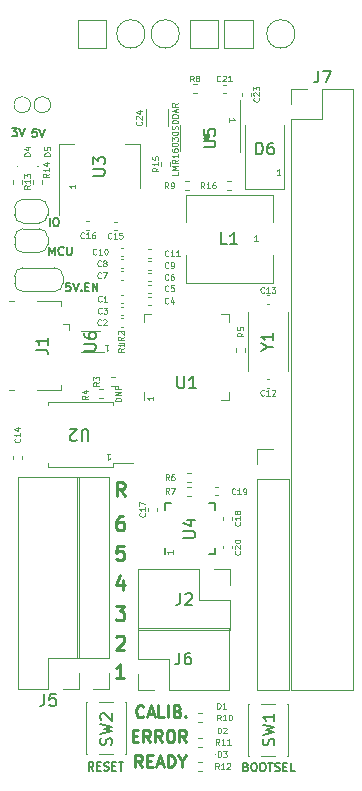
<source format=gbr>
%TF.GenerationSoftware,KiCad,Pcbnew,(6.0.0-0)*%
%TF.CreationDate,2022-01-13T06:26:06-05:00*%
%TF.ProjectId,piUAV,70695541-562e-46b6-9963-61645f706362,rev?*%
%TF.SameCoordinates,Original*%
%TF.FileFunction,Legend,Top*%
%TF.FilePolarity,Positive*%
%FSLAX46Y46*%
G04 Gerber Fmt 4.6, Leading zero omitted, Abs format (unit mm)*
G04 Created by KiCad (PCBNEW (6.0.0-0)) date 2022-01-13 06:26:06*
%MOMM*%
%LPD*%
G01*
G04 APERTURE LIST*
%ADD10C,0.250000*%
%ADD11C,0.125000*%
%ADD12C,0.175000*%
%ADD13C,0.150000*%
%ADD14C,0.120000*%
%ADD15C,0.100000*%
G04 APERTURE END LIST*
D10*
X120461904Y-105828571D02*
X120795238Y-105828571D01*
X120938095Y-106352380D02*
X120461904Y-106352380D01*
X120461904Y-105352380D01*
X120938095Y-105352380D01*
X121938095Y-106352380D02*
X121604761Y-105876190D01*
X121366666Y-106352380D02*
X121366666Y-105352380D01*
X121747619Y-105352380D01*
X121842857Y-105400000D01*
X121890476Y-105447619D01*
X121938095Y-105542857D01*
X121938095Y-105685714D01*
X121890476Y-105780952D01*
X121842857Y-105828571D01*
X121747619Y-105876190D01*
X121366666Y-105876190D01*
X122938095Y-106352380D02*
X122604761Y-105876190D01*
X122366666Y-106352380D02*
X122366666Y-105352380D01*
X122747619Y-105352380D01*
X122842857Y-105400000D01*
X122890476Y-105447619D01*
X122938095Y-105542857D01*
X122938095Y-105685714D01*
X122890476Y-105780952D01*
X122842857Y-105828571D01*
X122747619Y-105876190D01*
X122366666Y-105876190D01*
X123557142Y-105352380D02*
X123747619Y-105352380D01*
X123842857Y-105400000D01*
X123938095Y-105495238D01*
X123985714Y-105685714D01*
X123985714Y-106019047D01*
X123938095Y-106209523D01*
X123842857Y-106304761D01*
X123747619Y-106352380D01*
X123557142Y-106352380D01*
X123461904Y-106304761D01*
X123366666Y-106209523D01*
X123319047Y-106019047D01*
X123319047Y-105685714D01*
X123366666Y-105495238D01*
X123461904Y-105400000D01*
X123557142Y-105352380D01*
X124985714Y-106352380D02*
X124652380Y-105876190D01*
X124414285Y-106352380D02*
X124414285Y-105352380D01*
X124795238Y-105352380D01*
X124890476Y-105400000D01*
X124938095Y-105447619D01*
X124985714Y-105542857D01*
X124985714Y-105685714D01*
X124938095Y-105780952D01*
X124890476Y-105828571D01*
X124795238Y-105876190D01*
X124414285Y-105876190D01*
X119628571Y-87242857D02*
X119400000Y-87242857D01*
X119285714Y-87300000D01*
X119228571Y-87357142D01*
X119114285Y-87528571D01*
X119057142Y-87757142D01*
X119057142Y-88214285D01*
X119114285Y-88328571D01*
X119171428Y-88385714D01*
X119285714Y-88442857D01*
X119514285Y-88442857D01*
X119628571Y-88385714D01*
X119685714Y-88328571D01*
X119742857Y-88214285D01*
X119742857Y-87928571D01*
X119685714Y-87814285D01*
X119628571Y-87757142D01*
X119514285Y-87700000D01*
X119285714Y-87700000D01*
X119171428Y-87757142D01*
X119114285Y-87814285D01*
X119057142Y-87928571D01*
D11*
X122176190Y-77107142D02*
X122176190Y-77392857D01*
X122176190Y-77250000D02*
X121676190Y-77250000D01*
X121747619Y-77297619D01*
X121795238Y-77345238D01*
X121819047Y-77392857D01*
D10*
X121250000Y-108452380D02*
X120916666Y-107976190D01*
X120678571Y-108452380D02*
X120678571Y-107452380D01*
X121059523Y-107452380D01*
X121154761Y-107500000D01*
X121202380Y-107547619D01*
X121250000Y-107642857D01*
X121250000Y-107785714D01*
X121202380Y-107880952D01*
X121154761Y-107928571D01*
X121059523Y-107976190D01*
X120678571Y-107976190D01*
X121678571Y-107928571D02*
X122011904Y-107928571D01*
X122154761Y-108452380D02*
X121678571Y-108452380D01*
X121678571Y-107452380D01*
X122154761Y-107452380D01*
X122535714Y-108166666D02*
X123011904Y-108166666D01*
X122440476Y-108452380D02*
X122773809Y-107452380D01*
X123107142Y-108452380D01*
X123440476Y-108452380D02*
X123440476Y-107452380D01*
X123678571Y-107452380D01*
X123821428Y-107500000D01*
X123916666Y-107595238D01*
X123964285Y-107690476D01*
X124011904Y-107880952D01*
X124011904Y-108023809D01*
X123964285Y-108214285D01*
X123916666Y-108309523D01*
X123821428Y-108404761D01*
X123678571Y-108452380D01*
X123440476Y-108452380D01*
X124630952Y-107976190D02*
X124630952Y-108452380D01*
X124297619Y-107452380D02*
X124630952Y-107976190D01*
X124964285Y-107452380D01*
X119771428Y-85542857D02*
X119371428Y-84971428D01*
X119085714Y-85542857D02*
X119085714Y-84342857D01*
X119542857Y-84342857D01*
X119657142Y-84400000D01*
X119714285Y-84457142D01*
X119771428Y-84571428D01*
X119771428Y-84742857D01*
X119714285Y-84857142D01*
X119657142Y-84914285D01*
X119542857Y-84971428D01*
X119085714Y-84971428D01*
D11*
X131042857Y-63926190D02*
X130757142Y-63926190D01*
X130900000Y-63926190D02*
X130900000Y-63426190D01*
X130852380Y-63497619D01*
X130804761Y-63545238D01*
X130757142Y-63569047D01*
D10*
X119000000Y-94842857D02*
X119742857Y-94842857D01*
X119342857Y-95300000D01*
X119514285Y-95300000D01*
X119628571Y-95357142D01*
X119685714Y-95414285D01*
X119742857Y-95528571D01*
X119742857Y-95814285D01*
X119685714Y-95928571D01*
X119628571Y-95985714D01*
X119514285Y-96042857D01*
X119171428Y-96042857D01*
X119057142Y-95985714D01*
X119000000Y-95928571D01*
D11*
X118257142Y-81973809D02*
X118542857Y-81973809D01*
X118400000Y-81973809D02*
X118400000Y-82473809D01*
X118447619Y-82402380D01*
X118495238Y-82354761D01*
X118542857Y-82330952D01*
D12*
X113400000Y-65116666D02*
X113400000Y-64416666D01*
X113633333Y-64916666D01*
X113866666Y-64416666D01*
X113866666Y-65116666D01*
X114600000Y-65050000D02*
X114566666Y-65083333D01*
X114466666Y-65116666D01*
X114400000Y-65116666D01*
X114300000Y-65083333D01*
X114233333Y-65016666D01*
X114200000Y-64950000D01*
X114166666Y-64816666D01*
X114166666Y-64716666D01*
X114200000Y-64583333D01*
X114233333Y-64516666D01*
X114300000Y-64450000D01*
X114400000Y-64416666D01*
X114466666Y-64416666D01*
X114566666Y-64450000D01*
X114600000Y-64483333D01*
X114900000Y-64416666D02*
X114900000Y-64983333D01*
X114933333Y-65050000D01*
X114966666Y-65083333D01*
X115033333Y-65116666D01*
X115166666Y-65116666D01*
X115233333Y-65083333D01*
X115266666Y-65050000D01*
X115300000Y-64983333D01*
X115300000Y-64416666D01*
X117133333Y-108766666D02*
X116900000Y-108433333D01*
X116733333Y-108766666D02*
X116733333Y-108066666D01*
X117000000Y-108066666D01*
X117066666Y-108100000D01*
X117100000Y-108133333D01*
X117133333Y-108200000D01*
X117133333Y-108300000D01*
X117100000Y-108366666D01*
X117066666Y-108400000D01*
X117000000Y-108433333D01*
X116733333Y-108433333D01*
X117433333Y-108400000D02*
X117666666Y-108400000D01*
X117766666Y-108766666D02*
X117433333Y-108766666D01*
X117433333Y-108066666D01*
X117766666Y-108066666D01*
X118033333Y-108733333D02*
X118133333Y-108766666D01*
X118300000Y-108766666D01*
X118366666Y-108733333D01*
X118400000Y-108700000D01*
X118433333Y-108633333D01*
X118433333Y-108566666D01*
X118400000Y-108500000D01*
X118366666Y-108466666D01*
X118300000Y-108433333D01*
X118166666Y-108400000D01*
X118100000Y-108366666D01*
X118066666Y-108333333D01*
X118033333Y-108266666D01*
X118033333Y-108200000D01*
X118066666Y-108133333D01*
X118100000Y-108100000D01*
X118166666Y-108066666D01*
X118333333Y-108066666D01*
X118433333Y-108100000D01*
X118733333Y-108400000D02*
X118966666Y-108400000D01*
X119066666Y-108766666D02*
X118733333Y-108766666D01*
X118733333Y-108066666D01*
X119066666Y-108066666D01*
X119266666Y-108066666D02*
X119666666Y-108066666D01*
X119466666Y-108766666D02*
X119466666Y-108066666D01*
D11*
X115576190Y-59157142D02*
X115576190Y-59442857D01*
X115576190Y-59300000D02*
X115076190Y-59300000D01*
X115147619Y-59347619D01*
X115195238Y-59395238D01*
X115219047Y-59442857D01*
D10*
X119628571Y-92642857D02*
X119628571Y-93442857D01*
X119342857Y-92185714D02*
X119057142Y-93042857D01*
X119800000Y-93042857D01*
X119685714Y-89742857D02*
X119114285Y-89742857D01*
X119057142Y-90314285D01*
X119114285Y-90257142D01*
X119228571Y-90200000D01*
X119514285Y-90200000D01*
X119628571Y-90257142D01*
X119685714Y-90314285D01*
X119742857Y-90428571D01*
X119742857Y-90714285D01*
X119685714Y-90828571D01*
X119628571Y-90885714D01*
X119514285Y-90942857D01*
X119228571Y-90942857D01*
X119114285Y-90885714D01*
X119057142Y-90828571D01*
D12*
X112316666Y-54416666D02*
X111983333Y-54416666D01*
X111950000Y-54750000D01*
X111983333Y-54716666D01*
X112050000Y-54683333D01*
X112216666Y-54683333D01*
X112283333Y-54716666D01*
X112316666Y-54750000D01*
X112350000Y-54816666D01*
X112350000Y-54983333D01*
X112316666Y-55050000D01*
X112283333Y-55083333D01*
X112216666Y-55116666D01*
X112050000Y-55116666D01*
X111983333Y-55083333D01*
X111950000Y-55050000D01*
X112550000Y-54416666D02*
X112783333Y-55116666D01*
X113016666Y-54416666D01*
X130066666Y-108450000D02*
X130166666Y-108483333D01*
X130200000Y-108516666D01*
X130233333Y-108583333D01*
X130233333Y-108683333D01*
X130200000Y-108750000D01*
X130166666Y-108783333D01*
X130100000Y-108816666D01*
X129833333Y-108816666D01*
X129833333Y-108116666D01*
X130066666Y-108116666D01*
X130133333Y-108150000D01*
X130166666Y-108183333D01*
X130200000Y-108250000D01*
X130200000Y-108316666D01*
X130166666Y-108383333D01*
X130133333Y-108416666D01*
X130066666Y-108450000D01*
X129833333Y-108450000D01*
X130666666Y-108116666D02*
X130800000Y-108116666D01*
X130866666Y-108150000D01*
X130933333Y-108216666D01*
X130966666Y-108350000D01*
X130966666Y-108583333D01*
X130933333Y-108716666D01*
X130866666Y-108783333D01*
X130800000Y-108816666D01*
X130666666Y-108816666D01*
X130600000Y-108783333D01*
X130533333Y-108716666D01*
X130500000Y-108583333D01*
X130500000Y-108350000D01*
X130533333Y-108216666D01*
X130600000Y-108150000D01*
X130666666Y-108116666D01*
X131400000Y-108116666D02*
X131533333Y-108116666D01*
X131600000Y-108150000D01*
X131666666Y-108216666D01*
X131700000Y-108350000D01*
X131700000Y-108583333D01*
X131666666Y-108716666D01*
X131600000Y-108783333D01*
X131533333Y-108816666D01*
X131400000Y-108816666D01*
X131333333Y-108783333D01*
X131266666Y-108716666D01*
X131233333Y-108583333D01*
X131233333Y-108350000D01*
X131266666Y-108216666D01*
X131333333Y-108150000D01*
X131400000Y-108116666D01*
X131900000Y-108116666D02*
X132300000Y-108116666D01*
X132100000Y-108816666D02*
X132100000Y-108116666D01*
X132500000Y-108783333D02*
X132600000Y-108816666D01*
X132766666Y-108816666D01*
X132833333Y-108783333D01*
X132866666Y-108750000D01*
X132900000Y-108683333D01*
X132900000Y-108616666D01*
X132866666Y-108550000D01*
X132833333Y-108516666D01*
X132766666Y-108483333D01*
X132633333Y-108450000D01*
X132566666Y-108416666D01*
X132533333Y-108383333D01*
X132500000Y-108316666D01*
X132500000Y-108250000D01*
X132533333Y-108183333D01*
X132566666Y-108150000D01*
X132633333Y-108116666D01*
X132800000Y-108116666D01*
X132900000Y-108150000D01*
X133200000Y-108450000D02*
X133433333Y-108450000D01*
X133533333Y-108816666D02*
X133200000Y-108816666D01*
X133200000Y-108116666D01*
X133533333Y-108116666D01*
X134166666Y-108816666D02*
X133833333Y-108816666D01*
X133833333Y-108116666D01*
D11*
X123826190Y-90107142D02*
X123826190Y-90392857D01*
X123826190Y-90250000D02*
X123326190Y-90250000D01*
X123397619Y-90297619D01*
X123445238Y-90345238D01*
X123469047Y-90392857D01*
X128623809Y-53842857D02*
X128623809Y-53557142D01*
X128623809Y-53700000D02*
X129123809Y-53700000D01*
X129052380Y-53652380D01*
X129004761Y-53604761D01*
X128980952Y-53557142D01*
D10*
X119057142Y-97457142D02*
X119114285Y-97400000D01*
X119228571Y-97342857D01*
X119514285Y-97342857D01*
X119628571Y-97400000D01*
X119685714Y-97457142D01*
X119742857Y-97571428D01*
X119742857Y-97685714D01*
X119685714Y-97857142D01*
X119000000Y-98542857D01*
X119742857Y-98542857D01*
D12*
X113433333Y-62666666D02*
X113433333Y-61966666D01*
X113900000Y-61966666D02*
X114033333Y-61966666D01*
X114100000Y-62000000D01*
X114166666Y-62066666D01*
X114200000Y-62200000D01*
X114200000Y-62433333D01*
X114166666Y-62566666D01*
X114100000Y-62633333D01*
X114033333Y-62666666D01*
X113900000Y-62666666D01*
X113833333Y-62633333D01*
X113766666Y-62566666D01*
X113733333Y-62433333D01*
X113733333Y-62200000D01*
X113766666Y-62066666D01*
X113833333Y-62000000D01*
X113900000Y-61966666D01*
D10*
X119742857Y-100942857D02*
X119057142Y-100942857D01*
X119400000Y-100942857D02*
X119400000Y-99742857D01*
X119285714Y-99914285D01*
X119171428Y-100028571D01*
X119057142Y-100085714D01*
D12*
X110216666Y-54366666D02*
X110650000Y-54366666D01*
X110416666Y-54633333D01*
X110516666Y-54633333D01*
X110583333Y-54666666D01*
X110616666Y-54700000D01*
X110650000Y-54766666D01*
X110650000Y-54933333D01*
X110616666Y-55000000D01*
X110583333Y-55033333D01*
X110516666Y-55066666D01*
X110316666Y-55066666D01*
X110250000Y-55033333D01*
X110216666Y-55000000D01*
X110850000Y-54366666D02*
X111083333Y-55066666D01*
X111316666Y-54366666D01*
D11*
X132942857Y-58326190D02*
X132657142Y-58326190D01*
X132800000Y-58326190D02*
X132800000Y-57826190D01*
X132752380Y-57897619D01*
X132704761Y-57945238D01*
X132657142Y-57969047D01*
D10*
X121350000Y-104157142D02*
X121302380Y-104204761D01*
X121159523Y-104252380D01*
X121064285Y-104252380D01*
X120921428Y-104204761D01*
X120826190Y-104109523D01*
X120778571Y-104014285D01*
X120730952Y-103823809D01*
X120730952Y-103680952D01*
X120778571Y-103490476D01*
X120826190Y-103395238D01*
X120921428Y-103300000D01*
X121064285Y-103252380D01*
X121159523Y-103252380D01*
X121302380Y-103300000D01*
X121350000Y-103347619D01*
X121730952Y-103966666D02*
X122207142Y-103966666D01*
X121635714Y-104252380D02*
X121969047Y-103252380D01*
X122302380Y-104252380D01*
X123111904Y-104252380D02*
X122635714Y-104252380D01*
X122635714Y-103252380D01*
X123445238Y-104252380D02*
X123445238Y-103252380D01*
X124254761Y-103728571D02*
X124397619Y-103776190D01*
X124445238Y-103823809D01*
X124492857Y-103919047D01*
X124492857Y-104061904D01*
X124445238Y-104157142D01*
X124397619Y-104204761D01*
X124302380Y-104252380D01*
X123921428Y-104252380D01*
X123921428Y-103252380D01*
X124254761Y-103252380D01*
X124350000Y-103300000D01*
X124397619Y-103347619D01*
X124445238Y-103442857D01*
X124445238Y-103538095D01*
X124397619Y-103633333D01*
X124350000Y-103680952D01*
X124254761Y-103728571D01*
X123921428Y-103728571D01*
X124921428Y-104157142D02*
X124969047Y-104204761D01*
X124921428Y-104252380D01*
X124873809Y-104204761D01*
X124921428Y-104157142D01*
X124921428Y-104252380D01*
D11*
X118107142Y-72773809D02*
X118392857Y-72773809D01*
X118250000Y-72773809D02*
X118250000Y-73273809D01*
X118297619Y-73202380D01*
X118345238Y-73154761D01*
X118392857Y-73130952D01*
D12*
X115166666Y-67466666D02*
X114833333Y-67466666D01*
X114800000Y-67800000D01*
X114833333Y-67766666D01*
X114900000Y-67733333D01*
X115066666Y-67733333D01*
X115133333Y-67766666D01*
X115166666Y-67800000D01*
X115200000Y-67866666D01*
X115200000Y-68033333D01*
X115166666Y-68100000D01*
X115133333Y-68133333D01*
X115066666Y-68166666D01*
X114900000Y-68166666D01*
X114833333Y-68133333D01*
X114800000Y-68100000D01*
X115400000Y-67466666D02*
X115633333Y-68166666D01*
X115866666Y-67466666D01*
X116100000Y-68100000D02*
X116133333Y-68133333D01*
X116100000Y-68166666D01*
X116066666Y-68133333D01*
X116100000Y-68100000D01*
X116100000Y-68166666D01*
X116433333Y-67800000D02*
X116666666Y-67800000D01*
X116766666Y-68166666D02*
X116433333Y-68166666D01*
X116433333Y-67466666D01*
X116766666Y-67466666D01*
X117066666Y-68166666D02*
X117066666Y-67466666D01*
X117466666Y-68166666D01*
X117466666Y-67466666D01*
D11*
%TO.C,R14*%
X113376190Y-58221428D02*
X113138095Y-58388095D01*
X113376190Y-58507142D02*
X112876190Y-58507142D01*
X112876190Y-58316666D01*
X112900000Y-58269047D01*
X112923809Y-58245238D01*
X112971428Y-58221428D01*
X113042857Y-58221428D01*
X113090476Y-58245238D01*
X113114285Y-58269047D01*
X113138095Y-58316666D01*
X113138095Y-58507142D01*
X113376190Y-57745238D02*
X113376190Y-58030952D01*
X113376190Y-57888095D02*
X112876190Y-57888095D01*
X112947619Y-57935714D01*
X112995238Y-57983333D01*
X113019047Y-58030952D01*
X113042857Y-57316666D02*
X113376190Y-57316666D01*
X112852380Y-57435714D02*
X113209523Y-57554761D01*
X113209523Y-57245238D01*
%TO.C,C3*%
X117816666Y-70028571D02*
X117792857Y-70052380D01*
X117721428Y-70076190D01*
X117673809Y-70076190D01*
X117602380Y-70052380D01*
X117554761Y-70004761D01*
X117530952Y-69957142D01*
X117507142Y-69861904D01*
X117507142Y-69790476D01*
X117530952Y-69695238D01*
X117554761Y-69647619D01*
X117602380Y-69600000D01*
X117673809Y-69576190D01*
X117721428Y-69576190D01*
X117792857Y-69600000D01*
X117816666Y-69623809D01*
X117983333Y-69576190D02*
X118292857Y-69576190D01*
X118126190Y-69766666D01*
X118197619Y-69766666D01*
X118245238Y-69790476D01*
X118269047Y-69814285D01*
X118292857Y-69861904D01*
X118292857Y-69980952D01*
X118269047Y-70028571D01*
X118245238Y-70052380D01*
X118197619Y-70076190D01*
X118054761Y-70076190D01*
X118007142Y-70052380D01*
X117983333Y-70028571D01*
%TO.C,D2*%
X127638452Y-105626190D02*
X127638452Y-105126190D01*
X127757500Y-105126190D01*
X127828928Y-105150000D01*
X127876547Y-105197619D01*
X127900357Y-105245238D01*
X127924166Y-105340476D01*
X127924166Y-105411904D01*
X127900357Y-105507142D01*
X127876547Y-105554761D01*
X127828928Y-105602380D01*
X127757500Y-105626190D01*
X127638452Y-105626190D01*
X128114642Y-105173809D02*
X128138452Y-105150000D01*
X128186071Y-105126190D01*
X128305119Y-105126190D01*
X128352738Y-105150000D01*
X128376547Y-105173809D01*
X128400357Y-105221428D01*
X128400357Y-105269047D01*
X128376547Y-105340476D01*
X128090833Y-105626190D01*
X128400357Y-105626190D01*
%TO.C,R6*%
X123519166Y-84176190D02*
X123352500Y-83938095D01*
X123233452Y-84176190D02*
X123233452Y-83676190D01*
X123423928Y-83676190D01*
X123471547Y-83700000D01*
X123495357Y-83723809D01*
X123519166Y-83771428D01*
X123519166Y-83842857D01*
X123495357Y-83890476D01*
X123471547Y-83914285D01*
X123423928Y-83938095D01*
X123233452Y-83938095D01*
X123947738Y-83676190D02*
X123852500Y-83676190D01*
X123804880Y-83700000D01*
X123781071Y-83723809D01*
X123733452Y-83795238D01*
X123709642Y-83890476D01*
X123709642Y-84080952D01*
X123733452Y-84128571D01*
X123757261Y-84152380D01*
X123804880Y-84176190D01*
X123900119Y-84176190D01*
X123947738Y-84152380D01*
X123971547Y-84128571D01*
X123995357Y-84080952D01*
X123995357Y-83961904D01*
X123971547Y-83914285D01*
X123947738Y-83890476D01*
X123900119Y-83866666D01*
X123804880Y-83866666D01*
X123757261Y-83890476D01*
X123733452Y-83914285D01*
X123709642Y-83961904D01*
%TO.C,C21*%
X127878571Y-50378571D02*
X127854761Y-50402380D01*
X127783333Y-50426190D01*
X127735714Y-50426190D01*
X127664285Y-50402380D01*
X127616666Y-50354761D01*
X127592857Y-50307142D01*
X127569047Y-50211904D01*
X127569047Y-50140476D01*
X127592857Y-50045238D01*
X127616666Y-49997619D01*
X127664285Y-49950000D01*
X127735714Y-49926190D01*
X127783333Y-49926190D01*
X127854761Y-49950000D01*
X127878571Y-49973809D01*
X128069047Y-49973809D02*
X128092857Y-49950000D01*
X128140476Y-49926190D01*
X128259523Y-49926190D01*
X128307142Y-49950000D01*
X128330952Y-49973809D01*
X128354761Y-50021428D01*
X128354761Y-50069047D01*
X128330952Y-50140476D01*
X128045238Y-50426190D01*
X128354761Y-50426190D01*
X128830952Y-50426190D02*
X128545238Y-50426190D01*
X128688095Y-50426190D02*
X128688095Y-49926190D01*
X128640476Y-49997619D01*
X128592857Y-50045238D01*
X128545238Y-50069047D01*
%TO.C,C10*%
X117378571Y-65028571D02*
X117354761Y-65052380D01*
X117283333Y-65076190D01*
X117235714Y-65076190D01*
X117164285Y-65052380D01*
X117116666Y-65004761D01*
X117092857Y-64957142D01*
X117069047Y-64861904D01*
X117069047Y-64790476D01*
X117092857Y-64695238D01*
X117116666Y-64647619D01*
X117164285Y-64600000D01*
X117235714Y-64576190D01*
X117283333Y-64576190D01*
X117354761Y-64600000D01*
X117378571Y-64623809D01*
X117854761Y-65076190D02*
X117569047Y-65076190D01*
X117711904Y-65076190D02*
X117711904Y-64576190D01*
X117664285Y-64647619D01*
X117616666Y-64695238D01*
X117569047Y-64719047D01*
X118164285Y-64576190D02*
X118211904Y-64576190D01*
X118259523Y-64600000D01*
X118283333Y-64623809D01*
X118307142Y-64671428D01*
X118330952Y-64766666D01*
X118330952Y-64885714D01*
X118307142Y-64980952D01*
X118283333Y-65028571D01*
X118259523Y-65052380D01*
X118211904Y-65076190D01*
X118164285Y-65076190D01*
X118116666Y-65052380D01*
X118092857Y-65028571D01*
X118069047Y-64980952D01*
X118045238Y-64885714D01*
X118045238Y-64766666D01*
X118069047Y-64671428D01*
X118092857Y-64623809D01*
X118116666Y-64600000D01*
X118164285Y-64576190D01*
%TO.C,R8*%
X125616666Y-50426190D02*
X125450000Y-50188095D01*
X125330952Y-50426190D02*
X125330952Y-49926190D01*
X125521428Y-49926190D01*
X125569047Y-49950000D01*
X125592857Y-49973809D01*
X125616666Y-50021428D01*
X125616666Y-50092857D01*
X125592857Y-50140476D01*
X125569047Y-50164285D01*
X125521428Y-50188095D01*
X125330952Y-50188095D01*
X125902380Y-50140476D02*
X125854761Y-50116666D01*
X125830952Y-50092857D01*
X125807142Y-50045238D01*
X125807142Y-50021428D01*
X125830952Y-49973809D01*
X125854761Y-49950000D01*
X125902380Y-49926190D01*
X125997619Y-49926190D01*
X126045238Y-49950000D01*
X126069047Y-49973809D01*
X126092857Y-50021428D01*
X126092857Y-50045238D01*
X126069047Y-50092857D01*
X126045238Y-50116666D01*
X125997619Y-50140476D01*
X125902380Y-50140476D01*
X125854761Y-50164285D01*
X125830952Y-50188095D01*
X125807142Y-50235714D01*
X125807142Y-50330952D01*
X125830952Y-50378571D01*
X125854761Y-50402380D01*
X125902380Y-50426190D01*
X125997619Y-50426190D01*
X126045238Y-50402380D01*
X126069047Y-50378571D01*
X126092857Y-50330952D01*
X126092857Y-50235714D01*
X126069047Y-50188095D01*
X126045238Y-50164285D01*
X125997619Y-50140476D01*
D13*
%TO.C,D6*%
X130911904Y-56602380D02*
X130911904Y-55602380D01*
X131150000Y-55602380D01*
X131292857Y-55650000D01*
X131388095Y-55745238D01*
X131435714Y-55840476D01*
X131483333Y-56030952D01*
X131483333Y-56173809D01*
X131435714Y-56364285D01*
X131388095Y-56459523D01*
X131292857Y-56554761D01*
X131150000Y-56602380D01*
X130911904Y-56602380D01*
X132340476Y-55602380D02*
X132150000Y-55602380D01*
X132054761Y-55650000D01*
X132007142Y-55697619D01*
X131911904Y-55840476D01*
X131864285Y-56030952D01*
X131864285Y-56411904D01*
X131911904Y-56507142D01*
X131959523Y-56554761D01*
X132054761Y-56602380D01*
X132245238Y-56602380D01*
X132340476Y-56554761D01*
X132388095Y-56507142D01*
X132435714Y-56411904D01*
X132435714Y-56173809D01*
X132388095Y-56078571D01*
X132340476Y-56030952D01*
X132245238Y-55983333D01*
X132054761Y-55983333D01*
X131959523Y-56030952D01*
X131911904Y-56078571D01*
X131864285Y-56173809D01*
D11*
%TO.C,R5*%
X129826190Y-71683333D02*
X129588095Y-71850000D01*
X129826190Y-71969047D02*
X129326190Y-71969047D01*
X129326190Y-71778571D01*
X129350000Y-71730952D01*
X129373809Y-71707142D01*
X129421428Y-71683333D01*
X129492857Y-71683333D01*
X129540476Y-71707142D01*
X129564285Y-71730952D01*
X129588095Y-71778571D01*
X129588095Y-71969047D01*
X129326190Y-71230952D02*
X129326190Y-71469047D01*
X129564285Y-71492857D01*
X129540476Y-71469047D01*
X129516666Y-71421428D01*
X129516666Y-71302380D01*
X129540476Y-71254761D01*
X129564285Y-71230952D01*
X129611904Y-71207142D01*
X129730952Y-71207142D01*
X129778571Y-71230952D01*
X129802380Y-71254761D01*
X129826190Y-71302380D01*
X129826190Y-71421428D01*
X129802380Y-71469047D01*
X129778571Y-71492857D01*
%TO.C,D1*%
X127603452Y-103526190D02*
X127603452Y-103026190D01*
X127722500Y-103026190D01*
X127793928Y-103050000D01*
X127841547Y-103097619D01*
X127865357Y-103145238D01*
X127889166Y-103240476D01*
X127889166Y-103311904D01*
X127865357Y-103407142D01*
X127841547Y-103454761D01*
X127793928Y-103502380D01*
X127722500Y-103526190D01*
X127603452Y-103526190D01*
X128365357Y-103526190D02*
X128079642Y-103526190D01*
X128222500Y-103526190D02*
X128222500Y-103026190D01*
X128174880Y-103097619D01*
X128127261Y-103145238D01*
X128079642Y-103169047D01*
%TO.C,R15*%
X122626190Y-57721428D02*
X122388095Y-57888095D01*
X122626190Y-58007142D02*
X122126190Y-58007142D01*
X122126190Y-57816666D01*
X122150000Y-57769047D01*
X122173809Y-57745238D01*
X122221428Y-57721428D01*
X122292857Y-57721428D01*
X122340476Y-57745238D01*
X122364285Y-57769047D01*
X122388095Y-57816666D01*
X122388095Y-58007142D01*
X122626190Y-57245238D02*
X122626190Y-57530952D01*
X122626190Y-57388095D02*
X122126190Y-57388095D01*
X122197619Y-57435714D01*
X122245238Y-57483333D01*
X122269047Y-57530952D01*
X122126190Y-56792857D02*
X122126190Y-57030952D01*
X122364285Y-57054761D01*
X122340476Y-57030952D01*
X122316666Y-56983333D01*
X122316666Y-56864285D01*
X122340476Y-56816666D01*
X122364285Y-56792857D01*
X122411904Y-56769047D01*
X122530952Y-56769047D01*
X122578571Y-56792857D01*
X122602380Y-56816666D01*
X122626190Y-56864285D01*
X122626190Y-56983333D01*
X122602380Y-57030952D01*
X122578571Y-57054761D01*
D13*
%TO.C,SW2*%
X118654761Y-106583333D02*
X118702380Y-106440476D01*
X118702380Y-106202380D01*
X118654761Y-106107142D01*
X118607142Y-106059523D01*
X118511904Y-106011904D01*
X118416666Y-106011904D01*
X118321428Y-106059523D01*
X118273809Y-106107142D01*
X118226190Y-106202380D01*
X118178571Y-106392857D01*
X118130952Y-106488095D01*
X118083333Y-106535714D01*
X117988095Y-106583333D01*
X117892857Y-106583333D01*
X117797619Y-106535714D01*
X117750000Y-106488095D01*
X117702380Y-106392857D01*
X117702380Y-106154761D01*
X117750000Y-106011904D01*
X117702380Y-105678571D02*
X118702380Y-105440476D01*
X117988095Y-105250000D01*
X118702380Y-105059523D01*
X117702380Y-104821428D01*
X117797619Y-104488095D02*
X117750000Y-104440476D01*
X117702380Y-104345238D01*
X117702380Y-104107142D01*
X117750000Y-104011904D01*
X117797619Y-103964285D01*
X117892857Y-103916666D01*
X117988095Y-103916666D01*
X118130952Y-103964285D01*
X118702380Y-104535714D01*
X118702380Y-103916666D01*
D11*
%TO.C,R3*%
X117626190Y-75883333D02*
X117388095Y-76050000D01*
X117626190Y-76169047D02*
X117126190Y-76169047D01*
X117126190Y-75978571D01*
X117150000Y-75930952D01*
X117173809Y-75907142D01*
X117221428Y-75883333D01*
X117292857Y-75883333D01*
X117340476Y-75907142D01*
X117364285Y-75930952D01*
X117388095Y-75978571D01*
X117388095Y-76169047D01*
X117126190Y-75716666D02*
X117126190Y-75407142D01*
X117316666Y-75573809D01*
X117316666Y-75502380D01*
X117340476Y-75454761D01*
X117364285Y-75430952D01*
X117411904Y-75407142D01*
X117530952Y-75407142D01*
X117578571Y-75430952D01*
X117602380Y-75454761D01*
X117626190Y-75502380D01*
X117626190Y-75645238D01*
X117602380Y-75692857D01*
X117578571Y-75716666D01*
%TO.C,C19*%
X129131071Y-85328571D02*
X129107261Y-85352380D01*
X129035833Y-85376190D01*
X128988214Y-85376190D01*
X128916785Y-85352380D01*
X128869166Y-85304761D01*
X128845357Y-85257142D01*
X128821547Y-85161904D01*
X128821547Y-85090476D01*
X128845357Y-84995238D01*
X128869166Y-84947619D01*
X128916785Y-84900000D01*
X128988214Y-84876190D01*
X129035833Y-84876190D01*
X129107261Y-84900000D01*
X129131071Y-84923809D01*
X129607261Y-85376190D02*
X129321547Y-85376190D01*
X129464404Y-85376190D02*
X129464404Y-84876190D01*
X129416785Y-84947619D01*
X129369166Y-84995238D01*
X129321547Y-85019047D01*
X129845357Y-85376190D02*
X129940595Y-85376190D01*
X129988214Y-85352380D01*
X130012023Y-85328571D01*
X130059642Y-85257142D01*
X130083452Y-85161904D01*
X130083452Y-84971428D01*
X130059642Y-84923809D01*
X130035833Y-84900000D01*
X129988214Y-84876190D01*
X129892976Y-84876190D01*
X129845357Y-84900000D01*
X129821547Y-84923809D01*
X129797738Y-84971428D01*
X129797738Y-85090476D01*
X129821547Y-85138095D01*
X129845357Y-85161904D01*
X129892976Y-85185714D01*
X129988214Y-85185714D01*
X130035833Y-85161904D01*
X130059642Y-85138095D01*
X130083452Y-85090476D01*
D13*
%TO.C,J6*%
X124416666Y-98782380D02*
X124416666Y-99496666D01*
X124369047Y-99639523D01*
X124273809Y-99734761D01*
X124130952Y-99782380D01*
X124035714Y-99782380D01*
X125321428Y-98782380D02*
X125130952Y-98782380D01*
X125035714Y-98830000D01*
X124988095Y-98877619D01*
X124892857Y-99020476D01*
X124845238Y-99210952D01*
X124845238Y-99591904D01*
X124892857Y-99687142D01*
X124940476Y-99734761D01*
X125035714Y-99782380D01*
X125226190Y-99782380D01*
X125321428Y-99734761D01*
X125369047Y-99687142D01*
X125416666Y-99591904D01*
X125416666Y-99353809D01*
X125369047Y-99258571D01*
X125321428Y-99210952D01*
X125226190Y-99163333D01*
X125035714Y-99163333D01*
X124940476Y-99210952D01*
X124892857Y-99258571D01*
X124845238Y-99353809D01*
%TO.C,SW1*%
X132404761Y-106633333D02*
X132452380Y-106490476D01*
X132452380Y-106252380D01*
X132404761Y-106157142D01*
X132357142Y-106109523D01*
X132261904Y-106061904D01*
X132166666Y-106061904D01*
X132071428Y-106109523D01*
X132023809Y-106157142D01*
X131976190Y-106252380D01*
X131928571Y-106442857D01*
X131880952Y-106538095D01*
X131833333Y-106585714D01*
X131738095Y-106633333D01*
X131642857Y-106633333D01*
X131547619Y-106585714D01*
X131500000Y-106538095D01*
X131452380Y-106442857D01*
X131452380Y-106204761D01*
X131500000Y-106061904D01*
X131452380Y-105728571D02*
X132452380Y-105490476D01*
X131738095Y-105300000D01*
X132452380Y-105109523D01*
X131452380Y-104871428D01*
X132452380Y-103966666D02*
X132452380Y-104538095D01*
X132452380Y-104252380D02*
X131452380Y-104252380D01*
X131595238Y-104347619D01*
X131690476Y-104442857D01*
X131738095Y-104538095D01*
D11*
%TO.C,C1*%
X117816666Y-69028571D02*
X117792857Y-69052380D01*
X117721428Y-69076190D01*
X117673809Y-69076190D01*
X117602380Y-69052380D01*
X117554761Y-69004761D01*
X117530952Y-68957142D01*
X117507142Y-68861904D01*
X117507142Y-68790476D01*
X117530952Y-68695238D01*
X117554761Y-68647619D01*
X117602380Y-68600000D01*
X117673809Y-68576190D01*
X117721428Y-68576190D01*
X117792857Y-68600000D01*
X117816666Y-68623809D01*
X118292857Y-69076190D02*
X118007142Y-69076190D01*
X118150000Y-69076190D02*
X118150000Y-68576190D01*
X118102380Y-68647619D01*
X118054761Y-68695238D01*
X118007142Y-68719047D01*
%TO.C,C7*%
X117766666Y-67028571D02*
X117742857Y-67052380D01*
X117671428Y-67076190D01*
X117623809Y-67076190D01*
X117552380Y-67052380D01*
X117504761Y-67004761D01*
X117480952Y-66957142D01*
X117457142Y-66861904D01*
X117457142Y-66790476D01*
X117480952Y-66695238D01*
X117504761Y-66647619D01*
X117552380Y-66600000D01*
X117623809Y-66576190D01*
X117671428Y-66576190D01*
X117742857Y-66600000D01*
X117766666Y-66623809D01*
X117933333Y-66576190D02*
X118266666Y-66576190D01*
X118052380Y-67076190D01*
%TO.C,C13*%
X131578571Y-68278571D02*
X131554761Y-68302380D01*
X131483333Y-68326190D01*
X131435714Y-68326190D01*
X131364285Y-68302380D01*
X131316666Y-68254761D01*
X131292857Y-68207142D01*
X131269047Y-68111904D01*
X131269047Y-68040476D01*
X131292857Y-67945238D01*
X131316666Y-67897619D01*
X131364285Y-67850000D01*
X131435714Y-67826190D01*
X131483333Y-67826190D01*
X131554761Y-67850000D01*
X131578571Y-67873809D01*
X132054761Y-68326190D02*
X131769047Y-68326190D01*
X131911904Y-68326190D02*
X131911904Y-67826190D01*
X131864285Y-67897619D01*
X131816666Y-67945238D01*
X131769047Y-67969047D01*
X132221428Y-67826190D02*
X132530952Y-67826190D01*
X132364285Y-68016666D01*
X132435714Y-68016666D01*
X132483333Y-68040476D01*
X132507142Y-68064285D01*
X132530952Y-68111904D01*
X132530952Y-68230952D01*
X132507142Y-68278571D01*
X132483333Y-68302380D01*
X132435714Y-68326190D01*
X132292857Y-68326190D01*
X132245238Y-68302380D01*
X132221428Y-68278571D01*
%TO.C,C16*%
X116328571Y-63661071D02*
X116304761Y-63684880D01*
X116233333Y-63708690D01*
X116185714Y-63708690D01*
X116114285Y-63684880D01*
X116066666Y-63637261D01*
X116042857Y-63589642D01*
X116019047Y-63494404D01*
X116019047Y-63422976D01*
X116042857Y-63327738D01*
X116066666Y-63280119D01*
X116114285Y-63232500D01*
X116185714Y-63208690D01*
X116233333Y-63208690D01*
X116304761Y-63232500D01*
X116328571Y-63256309D01*
X116804761Y-63708690D02*
X116519047Y-63708690D01*
X116661904Y-63708690D02*
X116661904Y-63208690D01*
X116614285Y-63280119D01*
X116566666Y-63327738D01*
X116519047Y-63351547D01*
X117233333Y-63208690D02*
X117138095Y-63208690D01*
X117090476Y-63232500D01*
X117066666Y-63256309D01*
X117019047Y-63327738D01*
X116995238Y-63422976D01*
X116995238Y-63613452D01*
X117019047Y-63661071D01*
X117042857Y-63684880D01*
X117090476Y-63708690D01*
X117185714Y-63708690D01*
X117233333Y-63684880D01*
X117257142Y-63661071D01*
X117280952Y-63613452D01*
X117280952Y-63494404D01*
X117257142Y-63446785D01*
X117233333Y-63422976D01*
X117185714Y-63399166D01*
X117090476Y-63399166D01*
X117042857Y-63422976D01*
X117019047Y-63446785D01*
X116995238Y-63494404D01*
%TO.C,C5*%
X123466666Y-68128571D02*
X123442857Y-68152380D01*
X123371428Y-68176190D01*
X123323809Y-68176190D01*
X123252380Y-68152380D01*
X123204761Y-68104761D01*
X123180952Y-68057142D01*
X123157142Y-67961904D01*
X123157142Y-67890476D01*
X123180952Y-67795238D01*
X123204761Y-67747619D01*
X123252380Y-67700000D01*
X123323809Y-67676190D01*
X123371428Y-67676190D01*
X123442857Y-67700000D01*
X123466666Y-67723809D01*
X123919047Y-67676190D02*
X123680952Y-67676190D01*
X123657142Y-67914285D01*
X123680952Y-67890476D01*
X123728571Y-67866666D01*
X123847619Y-67866666D01*
X123895238Y-67890476D01*
X123919047Y-67914285D01*
X123942857Y-67961904D01*
X123942857Y-68080952D01*
X123919047Y-68128571D01*
X123895238Y-68152380D01*
X123847619Y-68176190D01*
X123728571Y-68176190D01*
X123680952Y-68152380D01*
X123657142Y-68128571D01*
%TO.C,C14*%
X110878571Y-80671428D02*
X110902380Y-80695238D01*
X110926190Y-80766666D01*
X110926190Y-80814285D01*
X110902380Y-80885714D01*
X110854761Y-80933333D01*
X110807142Y-80957142D01*
X110711904Y-80980952D01*
X110640476Y-80980952D01*
X110545238Y-80957142D01*
X110497619Y-80933333D01*
X110450000Y-80885714D01*
X110426190Y-80814285D01*
X110426190Y-80766666D01*
X110450000Y-80695238D01*
X110473809Y-80671428D01*
X110926190Y-80195238D02*
X110926190Y-80480952D01*
X110926190Y-80338095D02*
X110426190Y-80338095D01*
X110497619Y-80385714D01*
X110545238Y-80433333D01*
X110569047Y-80480952D01*
X110592857Y-79766666D02*
X110926190Y-79766666D01*
X110402380Y-79885714D02*
X110759523Y-80004761D01*
X110759523Y-79695238D01*
D13*
%TO.C,U1*%
X124238095Y-75402380D02*
X124238095Y-76211904D01*
X124285714Y-76307142D01*
X124333333Y-76354761D01*
X124428571Y-76402380D01*
X124619047Y-76402380D01*
X124714285Y-76354761D01*
X124761904Y-76307142D01*
X124809523Y-76211904D01*
X124809523Y-75402380D01*
X125809523Y-76402380D02*
X125238095Y-76402380D01*
X125523809Y-76402380D02*
X125523809Y-75402380D01*
X125428571Y-75545238D01*
X125333333Y-75640476D01*
X125238095Y-75688095D01*
D11*
%TO.C,R11*%
X127786071Y-106576190D02*
X127619404Y-106338095D01*
X127500357Y-106576190D02*
X127500357Y-106076190D01*
X127690833Y-106076190D01*
X127738452Y-106100000D01*
X127762261Y-106123809D01*
X127786071Y-106171428D01*
X127786071Y-106242857D01*
X127762261Y-106290476D01*
X127738452Y-106314285D01*
X127690833Y-106338095D01*
X127500357Y-106338095D01*
X128262261Y-106576190D02*
X127976547Y-106576190D01*
X128119404Y-106576190D02*
X128119404Y-106076190D01*
X128071785Y-106147619D01*
X128024166Y-106195238D01*
X127976547Y-106219047D01*
X128738452Y-106576190D02*
X128452738Y-106576190D01*
X128595595Y-106576190D02*
X128595595Y-106076190D01*
X128547976Y-106147619D01*
X128500357Y-106195238D01*
X128452738Y-106219047D01*
%TO.C,R7*%
X123519166Y-85326190D02*
X123352500Y-85088095D01*
X123233452Y-85326190D02*
X123233452Y-84826190D01*
X123423928Y-84826190D01*
X123471547Y-84850000D01*
X123495357Y-84873809D01*
X123519166Y-84921428D01*
X123519166Y-84992857D01*
X123495357Y-85040476D01*
X123471547Y-85064285D01*
X123423928Y-85088095D01*
X123233452Y-85088095D01*
X123685833Y-84826190D02*
X124019166Y-84826190D01*
X123804880Y-85326190D01*
%TO.C,D5*%
X113476190Y-56716547D02*
X112976190Y-56716547D01*
X112976190Y-56597500D01*
X113000000Y-56526071D01*
X113047619Y-56478452D01*
X113095238Y-56454642D01*
X113190476Y-56430833D01*
X113261904Y-56430833D01*
X113357142Y-56454642D01*
X113404761Y-56478452D01*
X113452380Y-56526071D01*
X113476190Y-56597500D01*
X113476190Y-56716547D01*
X112976190Y-55978452D02*
X112976190Y-56216547D01*
X113214285Y-56240357D01*
X113190476Y-56216547D01*
X113166666Y-56168928D01*
X113166666Y-56049880D01*
X113190476Y-56002261D01*
X113214285Y-55978452D01*
X113261904Y-55954642D01*
X113380952Y-55954642D01*
X113428571Y-55978452D01*
X113452380Y-56002261D01*
X113476190Y-56049880D01*
X113476190Y-56168928D01*
X113452380Y-56216547D01*
X113428571Y-56240357D01*
D13*
%TO.C,U4*%
X124752380Y-89061904D02*
X125561904Y-89061904D01*
X125657142Y-89014285D01*
X125704761Y-88966666D01*
X125752380Y-88871428D01*
X125752380Y-88680952D01*
X125704761Y-88585714D01*
X125657142Y-88538095D01*
X125561904Y-88490476D01*
X124752380Y-88490476D01*
X125085714Y-87585714D02*
X125752380Y-87585714D01*
X124704761Y-87823809D02*
X125419047Y-88061904D01*
X125419047Y-87442857D01*
%TO.C,J2*%
X124491666Y-93747380D02*
X124491666Y-94461666D01*
X124444047Y-94604523D01*
X124348809Y-94699761D01*
X124205952Y-94747380D01*
X124110714Y-94747380D01*
X124920238Y-93842619D02*
X124967857Y-93795000D01*
X125063095Y-93747380D01*
X125301190Y-93747380D01*
X125396428Y-93795000D01*
X125444047Y-93842619D01*
X125491666Y-93937857D01*
X125491666Y-94033095D01*
X125444047Y-94175952D01*
X124872619Y-94747380D01*
X125491666Y-94747380D01*
D11*
%TO.C,C23*%
X131128571Y-51821428D02*
X131152380Y-51845238D01*
X131176190Y-51916666D01*
X131176190Y-51964285D01*
X131152380Y-52035714D01*
X131104761Y-52083333D01*
X131057142Y-52107142D01*
X130961904Y-52130952D01*
X130890476Y-52130952D01*
X130795238Y-52107142D01*
X130747619Y-52083333D01*
X130700000Y-52035714D01*
X130676190Y-51964285D01*
X130676190Y-51916666D01*
X130700000Y-51845238D01*
X130723809Y-51821428D01*
X130723809Y-51630952D02*
X130700000Y-51607142D01*
X130676190Y-51559523D01*
X130676190Y-51440476D01*
X130700000Y-51392857D01*
X130723809Y-51369047D01*
X130771428Y-51345238D01*
X130819047Y-51345238D01*
X130890476Y-51369047D01*
X131176190Y-51654761D01*
X131176190Y-51345238D01*
X130676190Y-51178571D02*
X130676190Y-50869047D01*
X130866666Y-51035714D01*
X130866666Y-50964285D01*
X130890476Y-50916666D01*
X130914285Y-50892857D01*
X130961904Y-50869047D01*
X131080952Y-50869047D01*
X131128571Y-50892857D01*
X131152380Y-50916666D01*
X131176190Y-50964285D01*
X131176190Y-51107142D01*
X131152380Y-51154761D01*
X131128571Y-51178571D01*
D13*
%TO.C,U2*%
X116711904Y-80847619D02*
X116711904Y-80038095D01*
X116664285Y-79942857D01*
X116616666Y-79895238D01*
X116521428Y-79847619D01*
X116330952Y-79847619D01*
X116235714Y-79895238D01*
X116188095Y-79942857D01*
X116140476Y-80038095D01*
X116140476Y-80847619D01*
X115711904Y-80752380D02*
X115664285Y-80800000D01*
X115569047Y-80847619D01*
X115330952Y-80847619D01*
X115235714Y-80800000D01*
X115188095Y-80752380D01*
X115140476Y-80657142D01*
X115140476Y-80561904D01*
X115188095Y-80419047D01*
X115759523Y-79847619D01*
X115140476Y-79847619D01*
D11*
%TO.C,R16*%
X126528571Y-59476190D02*
X126361904Y-59238095D01*
X126242857Y-59476190D02*
X126242857Y-58976190D01*
X126433333Y-58976190D01*
X126480952Y-59000000D01*
X126504761Y-59023809D01*
X126528571Y-59071428D01*
X126528571Y-59142857D01*
X126504761Y-59190476D01*
X126480952Y-59214285D01*
X126433333Y-59238095D01*
X126242857Y-59238095D01*
X127004761Y-59476190D02*
X126719047Y-59476190D01*
X126861904Y-59476190D02*
X126861904Y-58976190D01*
X126814285Y-59047619D01*
X126766666Y-59095238D01*
X126719047Y-59119047D01*
X127433333Y-58976190D02*
X127338095Y-58976190D01*
X127290476Y-59000000D01*
X127266666Y-59023809D01*
X127219047Y-59095238D01*
X127195238Y-59190476D01*
X127195238Y-59380952D01*
X127219047Y-59428571D01*
X127242857Y-59452380D01*
X127290476Y-59476190D01*
X127385714Y-59476190D01*
X127433333Y-59452380D01*
X127457142Y-59428571D01*
X127480952Y-59380952D01*
X127480952Y-59261904D01*
X127457142Y-59214285D01*
X127433333Y-59190476D01*
X127385714Y-59166666D01*
X127290476Y-59166666D01*
X127242857Y-59190476D01*
X127219047Y-59214285D01*
X127195238Y-59261904D01*
%TO.C,C11*%
X123478571Y-65178571D02*
X123454761Y-65202380D01*
X123383333Y-65226190D01*
X123335714Y-65226190D01*
X123264285Y-65202380D01*
X123216666Y-65154761D01*
X123192857Y-65107142D01*
X123169047Y-65011904D01*
X123169047Y-64940476D01*
X123192857Y-64845238D01*
X123216666Y-64797619D01*
X123264285Y-64750000D01*
X123335714Y-64726190D01*
X123383333Y-64726190D01*
X123454761Y-64750000D01*
X123478571Y-64773809D01*
X123954761Y-65226190D02*
X123669047Y-65226190D01*
X123811904Y-65226190D02*
X123811904Y-64726190D01*
X123764285Y-64797619D01*
X123716666Y-64845238D01*
X123669047Y-64869047D01*
X124430952Y-65226190D02*
X124145238Y-65226190D01*
X124288095Y-65226190D02*
X124288095Y-64726190D01*
X124240476Y-64797619D01*
X124192857Y-64845238D01*
X124145238Y-64869047D01*
%TO.C,C15*%
X118646071Y-63678571D02*
X118622261Y-63702380D01*
X118550833Y-63726190D01*
X118503214Y-63726190D01*
X118431785Y-63702380D01*
X118384166Y-63654761D01*
X118360357Y-63607142D01*
X118336547Y-63511904D01*
X118336547Y-63440476D01*
X118360357Y-63345238D01*
X118384166Y-63297619D01*
X118431785Y-63250000D01*
X118503214Y-63226190D01*
X118550833Y-63226190D01*
X118622261Y-63250000D01*
X118646071Y-63273809D01*
X119122261Y-63726190D02*
X118836547Y-63726190D01*
X118979404Y-63726190D02*
X118979404Y-63226190D01*
X118931785Y-63297619D01*
X118884166Y-63345238D01*
X118836547Y-63369047D01*
X119574642Y-63226190D02*
X119336547Y-63226190D01*
X119312738Y-63464285D01*
X119336547Y-63440476D01*
X119384166Y-63416666D01*
X119503214Y-63416666D01*
X119550833Y-63440476D01*
X119574642Y-63464285D01*
X119598452Y-63511904D01*
X119598452Y-63630952D01*
X119574642Y-63678571D01*
X119550833Y-63702380D01*
X119503214Y-63726190D01*
X119384166Y-63726190D01*
X119336547Y-63702380D01*
X119312738Y-63678571D01*
D13*
%TO.C,U3*%
X117102380Y-58394404D02*
X117911904Y-58394404D01*
X118007142Y-58346785D01*
X118054761Y-58299166D01*
X118102380Y-58203928D01*
X118102380Y-58013452D01*
X118054761Y-57918214D01*
X118007142Y-57870595D01*
X117911904Y-57822976D01*
X117102380Y-57822976D01*
X117102380Y-57442023D02*
X117102380Y-56822976D01*
X117483333Y-57156309D01*
X117483333Y-57013452D01*
X117530952Y-56918214D01*
X117578571Y-56870595D01*
X117673809Y-56822976D01*
X117911904Y-56822976D01*
X118007142Y-56870595D01*
X118054761Y-56918214D01*
X118102380Y-57013452D01*
X118102380Y-57299166D01*
X118054761Y-57394404D01*
X118007142Y-57442023D01*
%TO.C,J7*%
X136161666Y-49497380D02*
X136161666Y-50211666D01*
X136114047Y-50354523D01*
X136018809Y-50449761D01*
X135875952Y-50497380D01*
X135780714Y-50497380D01*
X136542619Y-49497380D02*
X137209285Y-49497380D01*
X136780714Y-50497380D01*
%TO.C,J5*%
X112971666Y-102282380D02*
X112971666Y-102996666D01*
X112924047Y-103139523D01*
X112828809Y-103234761D01*
X112685952Y-103282380D01*
X112590714Y-103282380D01*
X113924047Y-102282380D02*
X113447857Y-102282380D01*
X113400238Y-102758571D01*
X113447857Y-102710952D01*
X113543095Y-102663333D01*
X113781190Y-102663333D01*
X113876428Y-102710952D01*
X113924047Y-102758571D01*
X113971666Y-102853809D01*
X113971666Y-103091904D01*
X113924047Y-103187142D01*
X113876428Y-103234761D01*
X113781190Y-103282380D01*
X113543095Y-103282380D01*
X113447857Y-103234761D01*
X113400238Y-103187142D01*
D11*
%TO.C,C17*%
X121478571Y-86971428D02*
X121502380Y-86995238D01*
X121526190Y-87066666D01*
X121526190Y-87114285D01*
X121502380Y-87185714D01*
X121454761Y-87233333D01*
X121407142Y-87257142D01*
X121311904Y-87280952D01*
X121240476Y-87280952D01*
X121145238Y-87257142D01*
X121097619Y-87233333D01*
X121050000Y-87185714D01*
X121026190Y-87114285D01*
X121026190Y-87066666D01*
X121050000Y-86995238D01*
X121073809Y-86971428D01*
X121526190Y-86495238D02*
X121526190Y-86780952D01*
X121526190Y-86638095D02*
X121026190Y-86638095D01*
X121097619Y-86685714D01*
X121145238Y-86733333D01*
X121169047Y-86780952D01*
X121026190Y-86328571D02*
X121026190Y-85995238D01*
X121526190Y-86209523D01*
%TO.C,R1*%
X119726190Y-73033333D02*
X119488095Y-73200000D01*
X119726190Y-73319047D02*
X119226190Y-73319047D01*
X119226190Y-73128571D01*
X119250000Y-73080952D01*
X119273809Y-73057142D01*
X119321428Y-73033333D01*
X119392857Y-73033333D01*
X119440476Y-73057142D01*
X119464285Y-73080952D01*
X119488095Y-73128571D01*
X119488095Y-73319047D01*
X119726190Y-72557142D02*
X119726190Y-72842857D01*
X119726190Y-72700000D02*
X119226190Y-72700000D01*
X119297619Y-72747619D01*
X119345238Y-72795238D01*
X119369047Y-72842857D01*
D13*
%TO.C,Y1*%
X131876190Y-72926190D02*
X132352380Y-72926190D01*
X131352380Y-73259523D02*
X131876190Y-72926190D01*
X131352380Y-72592857D01*
X132352380Y-71735714D02*
X132352380Y-72307142D01*
X132352380Y-72021428D02*
X131352380Y-72021428D01*
X131495238Y-72116666D01*
X131590476Y-72211904D01*
X131638095Y-72307142D01*
D11*
%TO.C,C8*%
X117766666Y-66028571D02*
X117742857Y-66052380D01*
X117671428Y-66076190D01*
X117623809Y-66076190D01*
X117552380Y-66052380D01*
X117504761Y-66004761D01*
X117480952Y-65957142D01*
X117457142Y-65861904D01*
X117457142Y-65790476D01*
X117480952Y-65695238D01*
X117504761Y-65647619D01*
X117552380Y-65600000D01*
X117623809Y-65576190D01*
X117671428Y-65576190D01*
X117742857Y-65600000D01*
X117766666Y-65623809D01*
X118052380Y-65790476D02*
X118004761Y-65766666D01*
X117980952Y-65742857D01*
X117957142Y-65695238D01*
X117957142Y-65671428D01*
X117980952Y-65623809D01*
X118004761Y-65600000D01*
X118052380Y-65576190D01*
X118147619Y-65576190D01*
X118195238Y-65600000D01*
X118219047Y-65623809D01*
X118242857Y-65671428D01*
X118242857Y-65695238D01*
X118219047Y-65742857D01*
X118195238Y-65766666D01*
X118147619Y-65790476D01*
X118052380Y-65790476D01*
X118004761Y-65814285D01*
X117980952Y-65838095D01*
X117957142Y-65885714D01*
X117957142Y-65980952D01*
X117980952Y-66028571D01*
X118004761Y-66052380D01*
X118052380Y-66076190D01*
X118147619Y-66076190D01*
X118195238Y-66052380D01*
X118219047Y-66028571D01*
X118242857Y-65980952D01*
X118242857Y-65885714D01*
X118219047Y-65838095D01*
X118195238Y-65814285D01*
X118147619Y-65790476D01*
%TO.C,C24*%
X121178571Y-53821428D02*
X121202380Y-53845238D01*
X121226190Y-53916666D01*
X121226190Y-53964285D01*
X121202380Y-54035714D01*
X121154761Y-54083333D01*
X121107142Y-54107142D01*
X121011904Y-54130952D01*
X120940476Y-54130952D01*
X120845238Y-54107142D01*
X120797619Y-54083333D01*
X120750000Y-54035714D01*
X120726190Y-53964285D01*
X120726190Y-53916666D01*
X120750000Y-53845238D01*
X120773809Y-53821428D01*
X120773809Y-53630952D02*
X120750000Y-53607142D01*
X120726190Y-53559523D01*
X120726190Y-53440476D01*
X120750000Y-53392857D01*
X120773809Y-53369047D01*
X120821428Y-53345238D01*
X120869047Y-53345238D01*
X120940476Y-53369047D01*
X121226190Y-53654761D01*
X121226190Y-53345238D01*
X120892857Y-52916666D02*
X121226190Y-52916666D01*
X120702380Y-53035714D02*
X121059523Y-53154761D01*
X121059523Y-52845238D01*
%TO.C,R10*%
X127901071Y-104526190D02*
X127734404Y-104288095D01*
X127615357Y-104526190D02*
X127615357Y-104026190D01*
X127805833Y-104026190D01*
X127853452Y-104050000D01*
X127877261Y-104073809D01*
X127901071Y-104121428D01*
X127901071Y-104192857D01*
X127877261Y-104240476D01*
X127853452Y-104264285D01*
X127805833Y-104288095D01*
X127615357Y-104288095D01*
X128377261Y-104526190D02*
X128091547Y-104526190D01*
X128234404Y-104526190D02*
X128234404Y-104026190D01*
X128186785Y-104097619D01*
X128139166Y-104145238D01*
X128091547Y-104169047D01*
X128686785Y-104026190D02*
X128734404Y-104026190D01*
X128782023Y-104050000D01*
X128805833Y-104073809D01*
X128829642Y-104121428D01*
X128853452Y-104216666D01*
X128853452Y-104335714D01*
X128829642Y-104430952D01*
X128805833Y-104478571D01*
X128782023Y-104502380D01*
X128734404Y-104526190D01*
X128686785Y-104526190D01*
X128639166Y-104502380D01*
X128615357Y-104478571D01*
X128591547Y-104430952D01*
X128567738Y-104335714D01*
X128567738Y-104216666D01*
X128591547Y-104121428D01*
X128615357Y-104073809D01*
X128639166Y-104050000D01*
X128686785Y-104026190D01*
D13*
%TO.C,U5*%
X126452380Y-56011904D02*
X127261904Y-56011904D01*
X127357142Y-55964285D01*
X127404761Y-55916666D01*
X127452380Y-55821428D01*
X127452380Y-55630952D01*
X127404761Y-55535714D01*
X127357142Y-55488095D01*
X127261904Y-55440476D01*
X126452380Y-55440476D01*
X126452380Y-54488095D02*
X126452380Y-54964285D01*
X126928571Y-55011904D01*
X126880952Y-54964285D01*
X126833333Y-54869047D01*
X126833333Y-54630952D01*
X126880952Y-54535714D01*
X126928571Y-54488095D01*
X127023809Y-54440476D01*
X127261904Y-54440476D01*
X127357142Y-54488095D01*
X127404761Y-54535714D01*
X127452380Y-54630952D01*
X127452380Y-54869047D01*
X127404761Y-54964285D01*
X127357142Y-55011904D01*
D11*
X124276190Y-58073809D02*
X124276190Y-58311904D01*
X123776190Y-58311904D01*
X124276190Y-57907142D02*
X123776190Y-57907142D01*
X124133333Y-57740476D01*
X123776190Y-57573809D01*
X124276190Y-57573809D01*
X124276190Y-57050000D02*
X124038095Y-57216666D01*
X124276190Y-57335714D02*
X123776190Y-57335714D01*
X123776190Y-57145238D01*
X123800000Y-57097619D01*
X123823809Y-57073809D01*
X123871428Y-57050000D01*
X123942857Y-57050000D01*
X123990476Y-57073809D01*
X124014285Y-57097619D01*
X124038095Y-57145238D01*
X124038095Y-57335714D01*
X124276190Y-56573809D02*
X124276190Y-56859523D01*
X124276190Y-56716666D02*
X123776190Y-56716666D01*
X123847619Y-56764285D01*
X123895238Y-56811904D01*
X123919047Y-56859523D01*
X123776190Y-56145238D02*
X123776190Y-56240476D01*
X123800000Y-56288095D01*
X123823809Y-56311904D01*
X123895238Y-56359523D01*
X123990476Y-56383333D01*
X124180952Y-56383333D01*
X124228571Y-56359523D01*
X124252380Y-56335714D01*
X124276190Y-56288095D01*
X124276190Y-56192857D01*
X124252380Y-56145238D01*
X124228571Y-56121428D01*
X124180952Y-56097619D01*
X124061904Y-56097619D01*
X124014285Y-56121428D01*
X123990476Y-56145238D01*
X123966666Y-56192857D01*
X123966666Y-56288095D01*
X123990476Y-56335714D01*
X124014285Y-56359523D01*
X124061904Y-56383333D01*
X123776190Y-55788095D02*
X123776190Y-55740476D01*
X123800000Y-55692857D01*
X123823809Y-55669047D01*
X123871428Y-55645238D01*
X123966666Y-55621428D01*
X124085714Y-55621428D01*
X124180952Y-55645238D01*
X124228571Y-55669047D01*
X124252380Y-55692857D01*
X124276190Y-55740476D01*
X124276190Y-55788095D01*
X124252380Y-55835714D01*
X124228571Y-55859523D01*
X124180952Y-55883333D01*
X124085714Y-55907142D01*
X123966666Y-55907142D01*
X123871428Y-55883333D01*
X123823809Y-55859523D01*
X123800000Y-55835714D01*
X123776190Y-55788095D01*
X123776190Y-55454761D02*
X123776190Y-55145238D01*
X123966666Y-55311904D01*
X123966666Y-55240476D01*
X123990476Y-55192857D01*
X124014285Y-55169047D01*
X124061904Y-55145238D01*
X124180952Y-55145238D01*
X124228571Y-55169047D01*
X124252380Y-55192857D01*
X124276190Y-55240476D01*
X124276190Y-55383333D01*
X124252380Y-55430952D01*
X124228571Y-55454761D01*
X123776190Y-54835714D02*
X123776190Y-54788095D01*
X123800000Y-54740476D01*
X123823809Y-54716666D01*
X123871428Y-54692857D01*
X123966666Y-54669047D01*
X124085714Y-54669047D01*
X124180952Y-54692857D01*
X124228571Y-54716666D01*
X124252380Y-54740476D01*
X124276190Y-54788095D01*
X124276190Y-54835714D01*
X124252380Y-54883333D01*
X124228571Y-54907142D01*
X124180952Y-54930952D01*
X124085714Y-54954761D01*
X123966666Y-54954761D01*
X123871428Y-54930952D01*
X123823809Y-54907142D01*
X123800000Y-54883333D01*
X123776190Y-54835714D01*
X124252380Y-54478571D02*
X124276190Y-54407142D01*
X124276190Y-54288095D01*
X124252380Y-54240476D01*
X124228571Y-54216666D01*
X124180952Y-54192857D01*
X124133333Y-54192857D01*
X124085714Y-54216666D01*
X124061904Y-54240476D01*
X124038095Y-54288095D01*
X124014285Y-54383333D01*
X123990476Y-54430952D01*
X123966666Y-54454761D01*
X123919047Y-54478571D01*
X123871428Y-54478571D01*
X123823809Y-54454761D01*
X123800000Y-54430952D01*
X123776190Y-54383333D01*
X123776190Y-54264285D01*
X123800000Y-54192857D01*
X124276190Y-53978571D02*
X123776190Y-53978571D01*
X123776190Y-53859523D01*
X123800000Y-53788095D01*
X123847619Y-53740476D01*
X123895238Y-53716666D01*
X123990476Y-53692857D01*
X124061904Y-53692857D01*
X124157142Y-53716666D01*
X124204761Y-53740476D01*
X124252380Y-53788095D01*
X124276190Y-53859523D01*
X124276190Y-53978571D01*
X124276190Y-53478571D02*
X123776190Y-53478571D01*
X123776190Y-53359523D01*
X123800000Y-53288095D01*
X123847619Y-53240476D01*
X123895238Y-53216666D01*
X123990476Y-53192857D01*
X124061904Y-53192857D01*
X124157142Y-53216666D01*
X124204761Y-53240476D01*
X124252380Y-53288095D01*
X124276190Y-53359523D01*
X124276190Y-53478571D01*
X124133333Y-53002380D02*
X124133333Y-52764285D01*
X124276190Y-53050000D02*
X123776190Y-52883333D01*
X124276190Y-52716666D01*
X124276190Y-52264285D02*
X124038095Y-52430952D01*
X124276190Y-52550000D02*
X123776190Y-52550000D01*
X123776190Y-52359523D01*
X123800000Y-52311904D01*
X123823809Y-52288095D01*
X123871428Y-52264285D01*
X123942857Y-52264285D01*
X123990476Y-52288095D01*
X124014285Y-52311904D01*
X124038095Y-52359523D01*
X124038095Y-52550000D01*
D13*
X126452380Y-55250000D02*
X126690476Y-55250000D01*
X126595238Y-55488095D02*
X126690476Y-55250000D01*
X126595238Y-55011904D01*
X126880952Y-55392857D02*
X126690476Y-55250000D01*
X126880952Y-55107142D01*
D11*
%TO.C,R13*%
X111776190Y-59221428D02*
X111538095Y-59388095D01*
X111776190Y-59507142D02*
X111276190Y-59507142D01*
X111276190Y-59316666D01*
X111300000Y-59269047D01*
X111323809Y-59245238D01*
X111371428Y-59221428D01*
X111442857Y-59221428D01*
X111490476Y-59245238D01*
X111514285Y-59269047D01*
X111538095Y-59316666D01*
X111538095Y-59507142D01*
X111776190Y-58745238D02*
X111776190Y-59030952D01*
X111776190Y-58888095D02*
X111276190Y-58888095D01*
X111347619Y-58935714D01*
X111395238Y-58983333D01*
X111419047Y-59030952D01*
X111276190Y-58578571D02*
X111276190Y-58269047D01*
X111466666Y-58435714D01*
X111466666Y-58364285D01*
X111490476Y-58316666D01*
X111514285Y-58292857D01*
X111561904Y-58269047D01*
X111680952Y-58269047D01*
X111728571Y-58292857D01*
X111752380Y-58316666D01*
X111776190Y-58364285D01*
X111776190Y-58507142D01*
X111752380Y-58554761D01*
X111728571Y-58578571D01*
D13*
%TO.C,L1*%
X128433333Y-64202380D02*
X127957142Y-64202380D01*
X127957142Y-63202380D01*
X129290476Y-64202380D02*
X128719047Y-64202380D01*
X129004761Y-64202380D02*
X129004761Y-63202380D01*
X128909523Y-63345238D01*
X128814285Y-63440476D01*
X128719047Y-63488095D01*
D11*
%TO.C,R4*%
X116676190Y-77033333D02*
X116438095Y-77200000D01*
X116676190Y-77319047D02*
X116176190Y-77319047D01*
X116176190Y-77128571D01*
X116200000Y-77080952D01*
X116223809Y-77057142D01*
X116271428Y-77033333D01*
X116342857Y-77033333D01*
X116390476Y-77057142D01*
X116414285Y-77080952D01*
X116438095Y-77128571D01*
X116438095Y-77319047D01*
X116342857Y-76604761D02*
X116676190Y-76604761D01*
X116152380Y-76723809D02*
X116509523Y-76842857D01*
X116509523Y-76533333D01*
X119476190Y-77492857D02*
X118976190Y-77492857D01*
X118976190Y-77373809D01*
X119000000Y-77302380D01*
X119047619Y-77254761D01*
X119095238Y-77230952D01*
X119190476Y-77207142D01*
X119261904Y-77207142D01*
X119357142Y-77230952D01*
X119404761Y-77254761D01*
X119452380Y-77302380D01*
X119476190Y-77373809D01*
X119476190Y-77492857D01*
X119476190Y-76992857D02*
X118976190Y-76992857D01*
X119476190Y-76707142D01*
X118976190Y-76707142D01*
X119476190Y-76469047D02*
X118976190Y-76469047D01*
X118976190Y-76278571D01*
X119000000Y-76230952D01*
X119023809Y-76207142D01*
X119071428Y-76183333D01*
X119142857Y-76183333D01*
X119190476Y-76207142D01*
X119214285Y-76230952D01*
X119238095Y-76278571D01*
X119238095Y-76469047D01*
D13*
%TO.C,U6*%
X116352380Y-73211904D02*
X117161904Y-73211904D01*
X117257142Y-73164285D01*
X117304761Y-73116666D01*
X117352380Y-73021428D01*
X117352380Y-72830952D01*
X117304761Y-72735714D01*
X117257142Y-72688095D01*
X117161904Y-72640476D01*
X116352380Y-72640476D01*
X116352380Y-71735714D02*
X116352380Y-71926190D01*
X116400000Y-72021428D01*
X116447619Y-72069047D01*
X116590476Y-72164285D01*
X116780952Y-72211904D01*
X117161904Y-72211904D01*
X117257142Y-72164285D01*
X117304761Y-72116666D01*
X117352380Y-72021428D01*
X117352380Y-71830952D01*
X117304761Y-71735714D01*
X117257142Y-71688095D01*
X117161904Y-71640476D01*
X116923809Y-71640476D01*
X116828571Y-71688095D01*
X116780952Y-71735714D01*
X116733333Y-71830952D01*
X116733333Y-72021428D01*
X116780952Y-72116666D01*
X116828571Y-72164285D01*
X116923809Y-72211904D01*
D11*
%TO.C,R12*%
X127748571Y-108626190D02*
X127581904Y-108388095D01*
X127462857Y-108626190D02*
X127462857Y-108126190D01*
X127653333Y-108126190D01*
X127700952Y-108150000D01*
X127724761Y-108173809D01*
X127748571Y-108221428D01*
X127748571Y-108292857D01*
X127724761Y-108340476D01*
X127700952Y-108364285D01*
X127653333Y-108388095D01*
X127462857Y-108388095D01*
X128224761Y-108626190D02*
X127939047Y-108626190D01*
X128081904Y-108626190D02*
X128081904Y-108126190D01*
X128034285Y-108197619D01*
X127986666Y-108245238D01*
X127939047Y-108269047D01*
X128415238Y-108173809D02*
X128439047Y-108150000D01*
X128486666Y-108126190D01*
X128605714Y-108126190D01*
X128653333Y-108150000D01*
X128677142Y-108173809D01*
X128700952Y-108221428D01*
X128700952Y-108269047D01*
X128677142Y-108340476D01*
X128391428Y-108626190D01*
X128700952Y-108626190D01*
%TO.C,C4*%
X123466666Y-69178571D02*
X123442857Y-69202380D01*
X123371428Y-69226190D01*
X123323809Y-69226190D01*
X123252380Y-69202380D01*
X123204761Y-69154761D01*
X123180952Y-69107142D01*
X123157142Y-69011904D01*
X123157142Y-68940476D01*
X123180952Y-68845238D01*
X123204761Y-68797619D01*
X123252380Y-68750000D01*
X123323809Y-68726190D01*
X123371428Y-68726190D01*
X123442857Y-68750000D01*
X123466666Y-68773809D01*
X123895238Y-68892857D02*
X123895238Y-69226190D01*
X123776190Y-68702380D02*
X123657142Y-69059523D01*
X123966666Y-69059523D01*
%TO.C,C12*%
X131578571Y-76978571D02*
X131554761Y-77002380D01*
X131483333Y-77026190D01*
X131435714Y-77026190D01*
X131364285Y-77002380D01*
X131316666Y-76954761D01*
X131292857Y-76907142D01*
X131269047Y-76811904D01*
X131269047Y-76740476D01*
X131292857Y-76645238D01*
X131316666Y-76597619D01*
X131364285Y-76550000D01*
X131435714Y-76526190D01*
X131483333Y-76526190D01*
X131554761Y-76550000D01*
X131578571Y-76573809D01*
X132054761Y-77026190D02*
X131769047Y-77026190D01*
X131911904Y-77026190D02*
X131911904Y-76526190D01*
X131864285Y-76597619D01*
X131816666Y-76645238D01*
X131769047Y-76669047D01*
X132245238Y-76573809D02*
X132269047Y-76550000D01*
X132316666Y-76526190D01*
X132435714Y-76526190D01*
X132483333Y-76550000D01*
X132507142Y-76573809D01*
X132530952Y-76621428D01*
X132530952Y-76669047D01*
X132507142Y-76740476D01*
X132221428Y-77026190D01*
X132530952Y-77026190D01*
%TO.C,D3*%
X127650952Y-107626190D02*
X127650952Y-107126190D01*
X127770000Y-107126190D01*
X127841428Y-107150000D01*
X127889047Y-107197619D01*
X127912857Y-107245238D01*
X127936666Y-107340476D01*
X127936666Y-107411904D01*
X127912857Y-107507142D01*
X127889047Y-107554761D01*
X127841428Y-107602380D01*
X127770000Y-107626190D01*
X127650952Y-107626190D01*
X128103333Y-107126190D02*
X128412857Y-107126190D01*
X128246190Y-107316666D01*
X128317619Y-107316666D01*
X128365238Y-107340476D01*
X128389047Y-107364285D01*
X128412857Y-107411904D01*
X128412857Y-107530952D01*
X128389047Y-107578571D01*
X128365238Y-107602380D01*
X128317619Y-107626190D01*
X128174761Y-107626190D01*
X128127142Y-107602380D01*
X128103333Y-107578571D01*
%TO.C,C20*%
X129528571Y-90171428D02*
X129552380Y-90195238D01*
X129576190Y-90266666D01*
X129576190Y-90314285D01*
X129552380Y-90385714D01*
X129504761Y-90433333D01*
X129457142Y-90457142D01*
X129361904Y-90480952D01*
X129290476Y-90480952D01*
X129195238Y-90457142D01*
X129147619Y-90433333D01*
X129100000Y-90385714D01*
X129076190Y-90314285D01*
X129076190Y-90266666D01*
X129100000Y-90195238D01*
X129123809Y-90171428D01*
X129123809Y-89980952D02*
X129100000Y-89957142D01*
X129076190Y-89909523D01*
X129076190Y-89790476D01*
X129100000Y-89742857D01*
X129123809Y-89719047D01*
X129171428Y-89695238D01*
X129219047Y-89695238D01*
X129290476Y-89719047D01*
X129576190Y-90004761D01*
X129576190Y-89695238D01*
X129076190Y-89385714D02*
X129076190Y-89338095D01*
X129100000Y-89290476D01*
X129123809Y-89266666D01*
X129171428Y-89242857D01*
X129266666Y-89219047D01*
X129385714Y-89219047D01*
X129480952Y-89242857D01*
X129528571Y-89266666D01*
X129552380Y-89290476D01*
X129576190Y-89338095D01*
X129576190Y-89385714D01*
X129552380Y-89433333D01*
X129528571Y-89457142D01*
X129480952Y-89480952D01*
X129385714Y-89504761D01*
X129266666Y-89504761D01*
X129171428Y-89480952D01*
X129123809Y-89457142D01*
X129100000Y-89433333D01*
X129076190Y-89385714D01*
%TO.C,C18*%
X129528571Y-87721428D02*
X129552380Y-87745238D01*
X129576190Y-87816666D01*
X129576190Y-87864285D01*
X129552380Y-87935714D01*
X129504761Y-87983333D01*
X129457142Y-88007142D01*
X129361904Y-88030952D01*
X129290476Y-88030952D01*
X129195238Y-88007142D01*
X129147619Y-87983333D01*
X129100000Y-87935714D01*
X129076190Y-87864285D01*
X129076190Y-87816666D01*
X129100000Y-87745238D01*
X129123809Y-87721428D01*
X129576190Y-87245238D02*
X129576190Y-87530952D01*
X129576190Y-87388095D02*
X129076190Y-87388095D01*
X129147619Y-87435714D01*
X129195238Y-87483333D01*
X129219047Y-87530952D01*
X129290476Y-86959523D02*
X129266666Y-87007142D01*
X129242857Y-87030952D01*
X129195238Y-87054761D01*
X129171428Y-87054761D01*
X129123809Y-87030952D01*
X129100000Y-87007142D01*
X129076190Y-86959523D01*
X129076190Y-86864285D01*
X129100000Y-86816666D01*
X129123809Y-86792857D01*
X129171428Y-86769047D01*
X129195238Y-86769047D01*
X129242857Y-86792857D01*
X129266666Y-86816666D01*
X129290476Y-86864285D01*
X129290476Y-86959523D01*
X129314285Y-87007142D01*
X129338095Y-87030952D01*
X129385714Y-87054761D01*
X129480952Y-87054761D01*
X129528571Y-87030952D01*
X129552380Y-87007142D01*
X129576190Y-86959523D01*
X129576190Y-86864285D01*
X129552380Y-86816666D01*
X129528571Y-86792857D01*
X129480952Y-86769047D01*
X129385714Y-86769047D01*
X129338095Y-86792857D01*
X129314285Y-86816666D01*
X129290476Y-86864285D01*
D13*
%TO.C,J1*%
X112252380Y-73133333D02*
X112966666Y-73133333D01*
X113109523Y-73180952D01*
X113204761Y-73276190D01*
X113252380Y-73419047D01*
X113252380Y-73514285D01*
X113252380Y-72133333D02*
X113252380Y-72704761D01*
X113252380Y-72419047D02*
X112252380Y-72419047D01*
X112395238Y-72514285D01*
X112490476Y-72609523D01*
X112538095Y-72704761D01*
D11*
%TO.C,R9*%
X123466666Y-59476190D02*
X123300000Y-59238095D01*
X123180952Y-59476190D02*
X123180952Y-58976190D01*
X123371428Y-58976190D01*
X123419047Y-59000000D01*
X123442857Y-59023809D01*
X123466666Y-59071428D01*
X123466666Y-59142857D01*
X123442857Y-59190476D01*
X123419047Y-59214285D01*
X123371428Y-59238095D01*
X123180952Y-59238095D01*
X123704761Y-59476190D02*
X123800000Y-59476190D01*
X123847619Y-59452380D01*
X123871428Y-59428571D01*
X123919047Y-59357142D01*
X123942857Y-59261904D01*
X123942857Y-59071428D01*
X123919047Y-59023809D01*
X123895238Y-59000000D01*
X123847619Y-58976190D01*
X123752380Y-58976190D01*
X123704761Y-59000000D01*
X123680952Y-59023809D01*
X123657142Y-59071428D01*
X123657142Y-59190476D01*
X123680952Y-59238095D01*
X123704761Y-59261904D01*
X123752380Y-59285714D01*
X123847619Y-59285714D01*
X123895238Y-59261904D01*
X123919047Y-59238095D01*
X123942857Y-59190476D01*
%TO.C,C6*%
X123466666Y-67178571D02*
X123442857Y-67202380D01*
X123371428Y-67226190D01*
X123323809Y-67226190D01*
X123252380Y-67202380D01*
X123204761Y-67154761D01*
X123180952Y-67107142D01*
X123157142Y-67011904D01*
X123157142Y-66940476D01*
X123180952Y-66845238D01*
X123204761Y-66797619D01*
X123252380Y-66750000D01*
X123323809Y-66726190D01*
X123371428Y-66726190D01*
X123442857Y-66750000D01*
X123466666Y-66773809D01*
X123895238Y-66726190D02*
X123800000Y-66726190D01*
X123752380Y-66750000D01*
X123728571Y-66773809D01*
X123680952Y-66845238D01*
X123657142Y-66940476D01*
X123657142Y-67130952D01*
X123680952Y-67178571D01*
X123704761Y-67202380D01*
X123752380Y-67226190D01*
X123847619Y-67226190D01*
X123895238Y-67202380D01*
X123919047Y-67178571D01*
X123942857Y-67130952D01*
X123942857Y-67011904D01*
X123919047Y-66964285D01*
X123895238Y-66940476D01*
X123847619Y-66916666D01*
X123752380Y-66916666D01*
X123704761Y-66940476D01*
X123680952Y-66964285D01*
X123657142Y-67011904D01*
%TO.C,C2*%
X117766666Y-71028571D02*
X117742857Y-71052380D01*
X117671428Y-71076190D01*
X117623809Y-71076190D01*
X117552380Y-71052380D01*
X117504761Y-71004761D01*
X117480952Y-70957142D01*
X117457142Y-70861904D01*
X117457142Y-70790476D01*
X117480952Y-70695238D01*
X117504761Y-70647619D01*
X117552380Y-70600000D01*
X117623809Y-70576190D01*
X117671428Y-70576190D01*
X117742857Y-70600000D01*
X117766666Y-70623809D01*
X117957142Y-70623809D02*
X117980952Y-70600000D01*
X118028571Y-70576190D01*
X118147619Y-70576190D01*
X118195238Y-70600000D01*
X118219047Y-70623809D01*
X118242857Y-70671428D01*
X118242857Y-70719047D01*
X118219047Y-70790476D01*
X117933333Y-71076190D01*
X118242857Y-71076190D01*
%TO.C,C9*%
X123466666Y-66178571D02*
X123442857Y-66202380D01*
X123371428Y-66226190D01*
X123323809Y-66226190D01*
X123252380Y-66202380D01*
X123204761Y-66154761D01*
X123180952Y-66107142D01*
X123157142Y-66011904D01*
X123157142Y-65940476D01*
X123180952Y-65845238D01*
X123204761Y-65797619D01*
X123252380Y-65750000D01*
X123323809Y-65726190D01*
X123371428Y-65726190D01*
X123442857Y-65750000D01*
X123466666Y-65773809D01*
X123704761Y-66226190D02*
X123800000Y-66226190D01*
X123847619Y-66202380D01*
X123871428Y-66178571D01*
X123919047Y-66107142D01*
X123942857Y-66011904D01*
X123942857Y-65821428D01*
X123919047Y-65773809D01*
X123895238Y-65750000D01*
X123847619Y-65726190D01*
X123752380Y-65726190D01*
X123704761Y-65750000D01*
X123680952Y-65773809D01*
X123657142Y-65821428D01*
X123657142Y-65940476D01*
X123680952Y-65988095D01*
X123704761Y-66011904D01*
X123752380Y-66035714D01*
X123847619Y-66035714D01*
X123895238Y-66011904D01*
X123919047Y-65988095D01*
X123942857Y-65940476D01*
%TO.C,R2*%
X119676190Y-72033333D02*
X119438095Y-72200000D01*
X119676190Y-72319047D02*
X119176190Y-72319047D01*
X119176190Y-72128571D01*
X119200000Y-72080952D01*
X119223809Y-72057142D01*
X119271428Y-72033333D01*
X119342857Y-72033333D01*
X119390476Y-72057142D01*
X119414285Y-72080952D01*
X119438095Y-72128571D01*
X119438095Y-72319047D01*
X119223809Y-71842857D02*
X119200000Y-71819047D01*
X119176190Y-71771428D01*
X119176190Y-71652380D01*
X119200000Y-71604761D01*
X119223809Y-71580952D01*
X119271428Y-71557142D01*
X119319047Y-71557142D01*
X119390476Y-71580952D01*
X119676190Y-71866666D01*
X119676190Y-71557142D01*
%TO.C,D4*%
X111776190Y-56719047D02*
X111276190Y-56719047D01*
X111276190Y-56600000D01*
X111300000Y-56528571D01*
X111347619Y-56480952D01*
X111395238Y-56457142D01*
X111490476Y-56433333D01*
X111561904Y-56433333D01*
X111657142Y-56457142D01*
X111704761Y-56480952D01*
X111752380Y-56528571D01*
X111776190Y-56600000D01*
X111776190Y-56719047D01*
X111442857Y-56004761D02*
X111776190Y-56004761D01*
X111252380Y-56123809D02*
X111609523Y-56242857D01*
X111609523Y-55933333D01*
D14*
%TO.C,R14*%
X112020000Y-58732379D02*
X112020000Y-59067621D01*
X112780000Y-58732379D02*
X112780000Y-59067621D01*
%TO.C,C3*%
X119665835Y-69490000D02*
X119434165Y-69490000D01*
X119665835Y-70210000D02*
X119434165Y-70210000D01*
D15*
%TO.C,D2*%
X127495000Y-105400000D02*
G75*
G03*
X127495000Y-105400000I-50000J0D01*
G01*
D14*
%TO.C,R6*%
X125370121Y-83570000D02*
X125034879Y-83570000D01*
X125370121Y-84330000D02*
X125034879Y-84330000D01*
%TO.C,C21*%
X128084165Y-50690000D02*
X128315835Y-50690000D01*
X128084165Y-51410000D02*
X128315835Y-51410000D01*
%TO.C,C10*%
X119665835Y-65210000D02*
X119434165Y-65210000D01*
X119665835Y-64490000D02*
X119434165Y-64490000D01*
%TO.C,R8*%
X125532379Y-51430000D02*
X125867621Y-51430000D01*
X125532379Y-50670000D02*
X125867621Y-50670000D01*
%TO.C,D6*%
X133250000Y-59550000D02*
X133250000Y-54150000D01*
X129950000Y-59550000D02*
X129950000Y-54150000D01*
X129950000Y-59550000D02*
X133250000Y-59550000D01*
%TO.C,TP2*%
X111800000Y-52400000D02*
G75*
G03*
X111800000Y-52400000I-700000J0D01*
G01*
%TO.C,R5*%
X129220000Y-73317621D02*
X129220000Y-72982379D01*
X129980000Y-73317621D02*
X129980000Y-72982379D01*
%TO.C,TP1*%
X113500000Y-52400000D02*
G75*
G03*
X113500000Y-52400000I-700000J0D01*
G01*
D15*
%TO.C,D1*%
X127487500Y-103300000D02*
G75*
G03*
X127487500Y-103300000I-50000J0D01*
G01*
D14*
%TO.C,R15*%
X122870000Y-57567621D02*
X122870000Y-57232379D01*
X123630000Y-57567621D02*
X123630000Y-57232379D01*
%TO.C,SW2*%
X119780000Y-107400000D02*
X119900000Y-107400000D01*
X119900000Y-103000000D02*
X119780000Y-103000000D01*
X119900000Y-107400000D02*
X119900000Y-103000000D01*
X118770000Y-103000000D02*
X117630000Y-103000000D01*
X117630000Y-107400000D02*
X118770000Y-107400000D01*
X116500000Y-107400000D02*
X116620000Y-107400000D01*
X116500000Y-103000000D02*
X116500000Y-107400000D01*
X116620000Y-103000000D02*
X116500000Y-103000000D01*
%TO.C,R3*%
X118917621Y-76180000D02*
X118582379Y-76180000D01*
X118917621Y-75420000D02*
X118582379Y-75420000D01*
%TO.C,C19*%
X127668335Y-85460000D02*
X127436665Y-85460000D01*
X127668335Y-84740000D02*
X127436665Y-84740000D01*
%TO.C,J6*%
X120895000Y-101930000D02*
X120895000Y-100600000D01*
X123495000Y-99330000D02*
X120895000Y-99330000D01*
X120895000Y-99330000D02*
X120895000Y-96730000D01*
X128635000Y-101930000D02*
X128635000Y-96730000D01*
X123495000Y-101930000D02*
X123495000Y-99330000D01*
X122225000Y-101930000D02*
X120895000Y-101930000D01*
X120895000Y-96730000D02*
X128635000Y-96730000D01*
X123495000Y-101930000D02*
X128635000Y-101930000D01*
%TO.C,SW1*%
X130200000Y-103100000D02*
X130200000Y-107500000D01*
X133480000Y-107500000D02*
X133600000Y-107500000D01*
X131330000Y-107500000D02*
X132470000Y-107500000D01*
X133600000Y-107500000D02*
X133600000Y-103100000D01*
X130320000Y-103100000D02*
X130200000Y-103100000D01*
X133600000Y-103100000D02*
X133480000Y-103100000D01*
X130200000Y-107500000D02*
X130320000Y-107500000D01*
X132470000Y-103100000D02*
X131330000Y-103100000D01*
%TO.C,C1*%
X119665835Y-68490000D02*
X119434165Y-68490000D01*
X119665835Y-69210000D02*
X119434165Y-69210000D01*
%TO.C,C7*%
X119665835Y-66490000D02*
X119434165Y-66490000D01*
X119665835Y-67210000D02*
X119434165Y-67210000D01*
%TO.C,C13*%
X132015835Y-68540000D02*
X131784165Y-68540000D01*
X132015835Y-69260000D02*
X131784165Y-69260000D01*
%TO.C,C16*%
X116765835Y-62992500D02*
X116534165Y-62992500D01*
X116765835Y-62272500D02*
X116534165Y-62272500D01*
%TO.C,C5*%
X121784165Y-67640000D02*
X122015835Y-67640000D01*
X121784165Y-68360000D02*
X122015835Y-68360000D01*
%TO.C,P6*%
X134200000Y-46400000D02*
G75*
G03*
X134200000Y-46400000I-1200000J0D01*
G01*
%TO.C,C14*%
X111060000Y-82134165D02*
X111060000Y-82365835D01*
X110340000Y-82134165D02*
X110340000Y-82365835D01*
%TO.C,U1*%
X121390000Y-70140000D02*
X122040000Y-70140000D01*
X128610000Y-70140000D02*
X127960000Y-70140000D01*
X128610000Y-76710000D02*
X128610000Y-77360000D01*
X121390000Y-70790000D02*
X121390000Y-70140000D01*
X128610000Y-70790000D02*
X128610000Y-70140000D01*
X128610000Y-77360000D02*
X127960000Y-77360000D01*
X121390000Y-76710000D02*
X121390000Y-77360000D01*
%TO.C,R11*%
X126347621Y-106020000D02*
X126012379Y-106020000D01*
X126347621Y-106780000D02*
X126012379Y-106780000D01*
%TO.C,R7*%
X125420121Y-85480000D02*
X125084879Y-85480000D01*
X125420121Y-84720000D02*
X125084879Y-84720000D01*
D15*
%TO.C,D5*%
X112450000Y-57612500D02*
G75*
G03*
X112450000Y-57612500I-50000J0D01*
G01*
D13*
%TO.C,U4*%
X127450000Y-90450000D02*
X126925000Y-90450000D01*
X123150000Y-86150000D02*
X123150000Y-86675000D01*
X127450000Y-86150000D02*
X127450000Y-86675000D01*
X127450000Y-86150000D02*
X126925000Y-86150000D01*
X127450000Y-90450000D02*
X127450000Y-89925000D01*
X123150000Y-90450000D02*
X123150000Y-89925000D01*
X123150000Y-86150000D02*
X123675000Y-86150000D01*
D14*
%TO.C,J2*%
X128655000Y-94295000D02*
X128655000Y-96895000D01*
X128655000Y-96895000D02*
X120915000Y-96895000D01*
X126055000Y-91695000D02*
X126055000Y-94295000D01*
X126055000Y-94295000D02*
X128655000Y-94295000D01*
X127325000Y-91695000D02*
X128655000Y-91695000D01*
X126055000Y-91695000D02*
X120915000Y-91695000D01*
X128655000Y-91695000D02*
X128655000Y-93025000D01*
X120915000Y-91695000D02*
X120915000Y-96895000D01*
%TO.C,C23*%
X129740000Y-51384165D02*
X129740000Y-51615835D01*
X130460000Y-51384165D02*
X130460000Y-51615835D01*
%TO.C,U2*%
X116050000Y-83025000D02*
X113325000Y-83025000D01*
X113325000Y-77575000D02*
X113325000Y-77835000D01*
X116050000Y-77575000D02*
X118775000Y-77575000D01*
X113325000Y-83025000D02*
X113325000Y-82765000D01*
X118775000Y-83025000D02*
X118775000Y-82765000D01*
X116050000Y-77575000D02*
X113325000Y-77575000D01*
X116050000Y-83025000D02*
X118775000Y-83025000D01*
X118775000Y-82765000D02*
X120450000Y-82765000D01*
X118775000Y-77575000D02*
X118775000Y-77835000D01*
%TO.C,R16*%
X128432379Y-59630000D02*
X128767621Y-59630000D01*
X128432379Y-58870000D02*
X128767621Y-58870000D01*
%TO.C,JP2*%
X110450000Y-67500000D02*
X110450000Y-66900000D01*
X111100000Y-66200000D02*
X113900000Y-66200000D01*
X114550000Y-66900000D02*
X114550000Y-67500000D01*
X113900000Y-68200000D02*
X111100000Y-68200000D01*
X111150000Y-66200000D02*
G75*
G03*
X110450000Y-66900000I-1J-699999D01*
G01*
X113850000Y-68200000D02*
G75*
G03*
X114550000Y-67500000I1J699999D01*
G01*
X110450000Y-67500000D02*
G75*
G03*
X111150000Y-68200000I699999J-1D01*
G01*
X114550000Y-66900000D02*
G75*
G03*
X113850000Y-66200000I-699999J1D01*
G01*
%TO.C,C11*%
X121784165Y-65360000D02*
X122015835Y-65360000D01*
X121784165Y-64640000D02*
X122015835Y-64640000D01*
%TO.C,C15*%
X119115835Y-63010000D02*
X118884165Y-63010000D01*
X119115835Y-62290000D02*
X118884165Y-62290000D01*
%TO.C,J3*%
X118430000Y-100500000D02*
X118430000Y-101830000D01*
X118430000Y-83930000D02*
X115770000Y-83930000D01*
X115770000Y-99230000D02*
X115770000Y-83930000D01*
X118430000Y-99230000D02*
X118430000Y-83930000D01*
X118430000Y-101830000D02*
X117100000Y-101830000D01*
X118430000Y-99230000D02*
X115770000Y-99230000D01*
%TO.C,U3*%
X114240000Y-61732500D02*
X114240000Y-55722500D01*
X121060000Y-59482500D02*
X121060000Y-55722500D01*
X114240000Y-55722500D02*
X115500000Y-55722500D01*
X121060000Y-55722500D02*
X119800000Y-55722500D01*
%TO.C,J7*%
X133895000Y-101965000D02*
X139095000Y-101965000D01*
X136495000Y-51045000D02*
X139095000Y-51045000D01*
X133895000Y-51045000D02*
X135225000Y-51045000D01*
X139095000Y-51045000D02*
X139095000Y-101965000D01*
X136495000Y-53645000D02*
X136495000Y-51045000D01*
X133895000Y-52375000D02*
X133895000Y-51045000D01*
X133895000Y-53645000D02*
X136495000Y-53645000D01*
X133895000Y-53645000D02*
X133895000Y-101965000D01*
%TO.C,J5*%
X115905000Y-101830000D02*
X114575000Y-101830000D01*
X113305000Y-99230000D02*
X113305000Y-101830000D01*
X113305000Y-101830000D02*
X110705000Y-101830000D01*
X115905000Y-83930000D02*
X110705000Y-83930000D01*
X115905000Y-99230000D02*
X113305000Y-99230000D01*
X110705000Y-101830000D02*
X110705000Y-83930000D01*
X115905000Y-99230000D02*
X115905000Y-83930000D01*
X115905000Y-100500000D02*
X115905000Y-101830000D01*
%TO.C,C17*%
X122510000Y-86765835D02*
X122510000Y-86534165D01*
X121790000Y-86765835D02*
X121790000Y-86534165D01*
%TO.C,R1*%
X119332379Y-73330000D02*
X119667621Y-73330000D01*
X119332379Y-72570000D02*
X119667621Y-72570000D01*
%TO.C,Y1*%
X130190000Y-74950000D02*
X130190000Y-69950000D01*
X133610000Y-74950000D02*
X133610000Y-69950000D01*
%TO.C,P2*%
X121500000Y-46400000D02*
G75*
G03*
X121500000Y-46400000I-1200000J0D01*
G01*
%TO.C,C8*%
X119665835Y-66210000D02*
X119434165Y-66210000D01*
X119665835Y-65490000D02*
X119434165Y-65490000D01*
%TO.C,C24*%
X121590000Y-54211252D02*
X121590000Y-52788748D01*
X123410000Y-54211252D02*
X123410000Y-52788748D01*
%TO.C,R10*%
X126340121Y-104680000D02*
X126004879Y-104680000D01*
X126340121Y-103920000D02*
X126004879Y-103920000D01*
%TO.C,U5*%
X129500000Y-52025000D02*
X129500000Y-56400000D01*
X124500000Y-54125001D02*
X124500000Y-56350000D01*
%TO.C,R13*%
X110320000Y-58732379D02*
X110320000Y-59067621D01*
X111080000Y-58732379D02*
X111080000Y-59067621D01*
%TO.C,L1*%
X132350000Y-65150000D02*
X132350000Y-67450000D01*
X124950000Y-60050000D02*
X132350000Y-60050000D01*
X124950000Y-62350000D02*
X124950000Y-60050000D01*
X132350000Y-60050000D02*
X132350000Y-62350000D01*
X132350000Y-67450000D02*
X124950000Y-67450000D01*
X124950000Y-67450000D02*
X124950000Y-65150000D01*
%TO.C,R4*%
X117632379Y-77230000D02*
X117967621Y-77230000D01*
X117632379Y-76470000D02*
X117967621Y-76470000D01*
%TO.C,U6*%
X116100000Y-73350000D02*
X118000000Y-73350000D01*
X117700000Y-71550000D02*
X116100000Y-71550000D01*
%TO.C,R12*%
X126357621Y-108780000D02*
X126022379Y-108780000D01*
X126357621Y-108020000D02*
X126022379Y-108020000D01*
%TO.C,JP1*%
X112550000Y-64900000D02*
X111150000Y-64900000D01*
X111150000Y-62900000D02*
X112550000Y-62900000D01*
X113250000Y-63600000D02*
X113250000Y-64200000D01*
X110450000Y-64200000D02*
X110450000Y-63600000D01*
X113250000Y-63600000D02*
G75*
G03*
X112550000Y-62900000I-699999J1D01*
G01*
X110450000Y-64200000D02*
G75*
G03*
X111150000Y-64900000I699999J-1D01*
G01*
X111150000Y-62900000D02*
G75*
G03*
X110450000Y-63600000I-1J-699999D01*
G01*
X112550000Y-64900000D02*
G75*
G03*
X113250000Y-64200000I1J699999D01*
G01*
%TO.C,C4*%
X121784165Y-69360000D02*
X122015835Y-69360000D01*
X121784165Y-68640000D02*
X122015835Y-68640000D01*
%TO.C,C12*%
X132015835Y-75640000D02*
X131784165Y-75640000D01*
X132015835Y-76360000D02*
X131784165Y-76360000D01*
D15*
%TO.C,D3*%
X127515000Y-107400000D02*
G75*
G03*
X127515000Y-107400000I-50000J0D01*
G01*
D14*
%TO.C,C20*%
X128140000Y-89734165D02*
X128140000Y-89965835D01*
X128860000Y-89734165D02*
X128860000Y-89965835D01*
%TO.C,C18*%
X128140000Y-87515835D02*
X128140000Y-87284165D01*
X128860000Y-87515835D02*
X128860000Y-87284165D01*
%TO.C,J1*%
X114360000Y-76510000D02*
X114360000Y-76090000D01*
X112380000Y-68990000D02*
X114360000Y-68990000D01*
X112380000Y-76510000D02*
X114360000Y-76510000D01*
X114590000Y-70990000D02*
X115040000Y-70990000D01*
X110410000Y-76510000D02*
X110010000Y-76510000D01*
X110010000Y-68990000D02*
X110410000Y-68990000D01*
X114360000Y-68990000D02*
X114360000Y-69410000D01*
X115040000Y-71440000D02*
X115040000Y-70990000D01*
%TO.C,R9*%
X125217621Y-58870000D02*
X124882379Y-58870000D01*
X125217621Y-59630000D02*
X124882379Y-59630000D01*
%TO.C,JP3*%
X112550000Y-62400000D02*
X111150000Y-62400000D01*
X113250000Y-61100000D02*
X113250000Y-61700000D01*
X111150000Y-60400000D02*
X112550000Y-60400000D01*
X110450000Y-61700000D02*
X110450000Y-61100000D01*
X111150000Y-60400000D02*
G75*
G03*
X110450000Y-61100000I-1J-699999D01*
G01*
X113250000Y-61100000D02*
G75*
G03*
X112550000Y-60400000I-699999J1D01*
G01*
X112550000Y-62400000D02*
G75*
G03*
X113250000Y-61700000I1J699999D01*
G01*
X110450000Y-61700000D02*
G75*
G03*
X111150000Y-62400000I699999J-1D01*
G01*
%TO.C,C6*%
X121784165Y-67360000D02*
X122015835Y-67360000D01*
X121784165Y-66640000D02*
X122015835Y-66640000D01*
%TO.C,P3*%
X125300000Y-47600000D02*
X125300000Y-45200000D01*
X127700000Y-47600000D02*
X125300000Y-47600000D01*
X125300000Y-45200000D02*
X127700000Y-45200000D01*
X127700000Y-45200000D02*
X127700000Y-47600000D01*
%TO.C,J8*%
X131020000Y-82840000D02*
X131020000Y-81510000D01*
X133680000Y-84110000D02*
X133680000Y-101950000D01*
X131020000Y-81510000D02*
X132350000Y-81510000D01*
X131020000Y-84110000D02*
X131020000Y-101950000D01*
X131020000Y-84110000D02*
X133680000Y-84110000D01*
X131020000Y-101950000D02*
X133680000Y-101950000D01*
%TO.C,P4*%
X124400000Y-46400000D02*
G75*
G03*
X124400000Y-46400000I-1200000J0D01*
G01*
%TO.C,P1*%
X115800000Y-45200000D02*
X118200000Y-45200000D01*
X118200000Y-47600000D02*
X115800000Y-47600000D01*
X115800000Y-47600000D02*
X115800000Y-45200000D01*
X118200000Y-45200000D02*
X118200000Y-47600000D01*
%TO.C,C2*%
X119665835Y-71210000D02*
X119434165Y-71210000D01*
X119665835Y-70490000D02*
X119434165Y-70490000D01*
%TO.C,P5*%
X128200000Y-47600000D02*
X128200000Y-45200000D01*
X128200000Y-45200000D02*
X130600000Y-45200000D01*
X130600000Y-47600000D02*
X128200000Y-47600000D01*
X130600000Y-45200000D02*
X130600000Y-47600000D01*
%TO.C,C9*%
X121784165Y-66360000D02*
X122015835Y-66360000D01*
X121784165Y-65640000D02*
X122015835Y-65640000D01*
%TO.C,R2*%
X119332379Y-72330000D02*
X119667621Y-72330000D01*
X119332379Y-71570000D02*
X119667621Y-71570000D01*
D15*
%TO.C,D4*%
X110750000Y-57615000D02*
G75*
G03*
X110750000Y-57615000I-50000J0D01*
G01*
%TD*%
M02*

</source>
